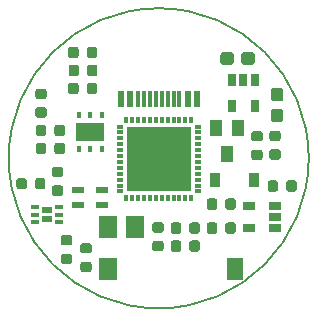
<source format=gbr>
%TF.GenerationSoftware,KiCad,Pcbnew,(5.0.1)-4*%
%TF.CreationDate,2019-06-04T13:38:29+02:00*%
%TF.ProjectId,ESPesh,4553506573682E6B696361645F706362,rev?*%
%TF.SameCoordinates,Original*%
%TF.FileFunction,Paste,Top*%
%TF.FilePolarity,Positive*%
%FSLAX46Y46*%
G04 Gerber Fmt 4.6, Leading zero omitted, Abs format (unit mm)*
G04 Created by KiCad (PCBNEW (5.0.1)-4) date 04/06/2019 13:38:29*
%MOMM*%
%LPD*%
G01*
G04 APERTURE LIST*
%ADD10C,0.200000*%
%ADD11C,0.100000*%
%ADD12C,1.050000*%
%ADD13R,0.500000X0.300000*%
%ADD14R,0.300000X0.500000*%
%ADD15R,5.400000X5.400000*%
%ADD16R,1.000000X1.400000*%
%ADD17C,0.875000*%
%ADD18R,0.300000X1.450000*%
%ADD19R,0.600000X1.450000*%
%ADD20R,1.500000X1.900000*%
%ADD21R,1.400000X1.900000*%
%ADD22R,0.650000X1.060000*%
%ADD23R,1.000000X0.600000*%
%ADD24R,0.900000X1.200000*%
%ADD25R,1.060000X0.650000*%
%ADD26R,0.650000X0.350000*%
%ADD27R,0.820000X0.630000*%
%ADD28R,2.400000X1.500000*%
%ADD29R,0.400000X0.600000*%
G04 APERTURE END LIST*
D10*
X114808000Y-67754500D02*
G75*
G03X114808000Y-67754500I-12700000J0D01*
G01*
D11*
G36*
X112440505Y-61798704D02*
X112464773Y-61802304D01*
X112488572Y-61808265D01*
X112511671Y-61816530D01*
X112533850Y-61827020D01*
X112554893Y-61839632D01*
X112574599Y-61854247D01*
X112592777Y-61870723D01*
X112609253Y-61888901D01*
X112623868Y-61908607D01*
X112636480Y-61929650D01*
X112646970Y-61951829D01*
X112655235Y-61974928D01*
X112661196Y-61998727D01*
X112664796Y-62022995D01*
X112666000Y-62047499D01*
X112666000Y-62672501D01*
X112664796Y-62697005D01*
X112661196Y-62721273D01*
X112655235Y-62745072D01*
X112646970Y-62768171D01*
X112636480Y-62790350D01*
X112623868Y-62811393D01*
X112609253Y-62831099D01*
X112592777Y-62849277D01*
X112574599Y-62865753D01*
X112554893Y-62880368D01*
X112533850Y-62892980D01*
X112511671Y-62903470D01*
X112488572Y-62911735D01*
X112464773Y-62917696D01*
X112440505Y-62921296D01*
X112416001Y-62922500D01*
X111865999Y-62922500D01*
X111841495Y-62921296D01*
X111817227Y-62917696D01*
X111793428Y-62911735D01*
X111770329Y-62903470D01*
X111748150Y-62892980D01*
X111727107Y-62880368D01*
X111707401Y-62865753D01*
X111689223Y-62849277D01*
X111672747Y-62831099D01*
X111658132Y-62811393D01*
X111645520Y-62790350D01*
X111635030Y-62768171D01*
X111626765Y-62745072D01*
X111620804Y-62721273D01*
X111617204Y-62697005D01*
X111616000Y-62672501D01*
X111616000Y-62047499D01*
X111617204Y-62022995D01*
X111620804Y-61998727D01*
X111626765Y-61974928D01*
X111635030Y-61951829D01*
X111645520Y-61929650D01*
X111658132Y-61908607D01*
X111672747Y-61888901D01*
X111689223Y-61870723D01*
X111707401Y-61854247D01*
X111727107Y-61839632D01*
X111748150Y-61827020D01*
X111770329Y-61816530D01*
X111793428Y-61808265D01*
X111817227Y-61802304D01*
X111841495Y-61798704D01*
X111865999Y-61797500D01*
X112416001Y-61797500D01*
X112440505Y-61798704D01*
X112440505Y-61798704D01*
G37*
D12*
X112141000Y-62360000D03*
D11*
G36*
X112440505Y-63573704D02*
X112464773Y-63577304D01*
X112488572Y-63583265D01*
X112511671Y-63591530D01*
X112533850Y-63602020D01*
X112554893Y-63614632D01*
X112574599Y-63629247D01*
X112592777Y-63645723D01*
X112609253Y-63663901D01*
X112623868Y-63683607D01*
X112636480Y-63704650D01*
X112646970Y-63726829D01*
X112655235Y-63749928D01*
X112661196Y-63773727D01*
X112664796Y-63797995D01*
X112666000Y-63822499D01*
X112666000Y-64447501D01*
X112664796Y-64472005D01*
X112661196Y-64496273D01*
X112655235Y-64520072D01*
X112646970Y-64543171D01*
X112636480Y-64565350D01*
X112623868Y-64586393D01*
X112609253Y-64606099D01*
X112592777Y-64624277D01*
X112574599Y-64640753D01*
X112554893Y-64655368D01*
X112533850Y-64667980D01*
X112511671Y-64678470D01*
X112488572Y-64686735D01*
X112464773Y-64692696D01*
X112440505Y-64696296D01*
X112416001Y-64697500D01*
X111865999Y-64697500D01*
X111841495Y-64696296D01*
X111817227Y-64692696D01*
X111793428Y-64686735D01*
X111770329Y-64678470D01*
X111748150Y-64667980D01*
X111727107Y-64655368D01*
X111707401Y-64640753D01*
X111689223Y-64624277D01*
X111672747Y-64606099D01*
X111658132Y-64586393D01*
X111645520Y-64565350D01*
X111635030Y-64543171D01*
X111626765Y-64520072D01*
X111620804Y-64496273D01*
X111617204Y-64472005D01*
X111616000Y-64447501D01*
X111616000Y-63822499D01*
X111617204Y-63797995D01*
X111620804Y-63773727D01*
X111626765Y-63749928D01*
X111635030Y-63726829D01*
X111645520Y-63704650D01*
X111658132Y-63683607D01*
X111672747Y-63663901D01*
X111689223Y-63645723D01*
X111707401Y-63629247D01*
X111727107Y-63614632D01*
X111748150Y-63602020D01*
X111770329Y-63591530D01*
X111793428Y-63583265D01*
X111817227Y-63577304D01*
X111841495Y-63573704D01*
X111865999Y-63572500D01*
X112416001Y-63572500D01*
X112440505Y-63573704D01*
X112440505Y-63573704D01*
G37*
D12*
X112141000Y-64135000D03*
D13*
X105408000Y-70568000D03*
X105408000Y-70068000D03*
X105408000Y-69568000D03*
X105408000Y-69068000D03*
X105408000Y-68568000D03*
X105408000Y-68068000D03*
X105408000Y-67568000D03*
X105408000Y-67068000D03*
X105408000Y-66568000D03*
X105408000Y-66068000D03*
X105408000Y-65568000D03*
X105408000Y-65068000D03*
D14*
X104858000Y-64518000D03*
X104358000Y-64518000D03*
X103858000Y-64518000D03*
X103358000Y-64518000D03*
X102858000Y-64518000D03*
X102358000Y-64518000D03*
X101858000Y-64518000D03*
X101358000Y-64518000D03*
X100858000Y-64518000D03*
X100358000Y-64518000D03*
X99858000Y-64518000D03*
X99358000Y-64518000D03*
D13*
X98808000Y-65068000D03*
X98808000Y-65568000D03*
X98808000Y-66068000D03*
X98808000Y-66568000D03*
X98808000Y-67068000D03*
X98808000Y-67568000D03*
X98808000Y-68068000D03*
X98808000Y-68568000D03*
X98808000Y-69068000D03*
X98808000Y-69568000D03*
X98808000Y-70068000D03*
X98808000Y-70568000D03*
D14*
X99358000Y-71118000D03*
X99858000Y-71118000D03*
X100358000Y-71118000D03*
X100858000Y-71118000D03*
X101358000Y-71118000D03*
X101858000Y-71118000D03*
X102358000Y-71118000D03*
X102858000Y-71118000D03*
X103358000Y-71118000D03*
X103858000Y-71118000D03*
X104358000Y-71118000D03*
X104858000Y-71118000D03*
D15*
X102108000Y-67818000D03*
D16*
X107889000Y-67414500D03*
X106939000Y-65214500D03*
X108839000Y-65214500D03*
D11*
G36*
X96696691Y-58327053D02*
X96717926Y-58330203D01*
X96738750Y-58335419D01*
X96758962Y-58342651D01*
X96778368Y-58351830D01*
X96796781Y-58362866D01*
X96814024Y-58375654D01*
X96829930Y-58390070D01*
X96844346Y-58405976D01*
X96857134Y-58423219D01*
X96868170Y-58441632D01*
X96877349Y-58461038D01*
X96884581Y-58481250D01*
X96889797Y-58502074D01*
X96892947Y-58523309D01*
X96894000Y-58544750D01*
X96894000Y-59057250D01*
X96892947Y-59078691D01*
X96889797Y-59099926D01*
X96884581Y-59120750D01*
X96877349Y-59140962D01*
X96868170Y-59160368D01*
X96857134Y-59178781D01*
X96844346Y-59196024D01*
X96829930Y-59211930D01*
X96814024Y-59226346D01*
X96796781Y-59239134D01*
X96778368Y-59250170D01*
X96758962Y-59259349D01*
X96738750Y-59266581D01*
X96717926Y-59271797D01*
X96696691Y-59274947D01*
X96675250Y-59276000D01*
X96237750Y-59276000D01*
X96216309Y-59274947D01*
X96195074Y-59271797D01*
X96174250Y-59266581D01*
X96154038Y-59259349D01*
X96134632Y-59250170D01*
X96116219Y-59239134D01*
X96098976Y-59226346D01*
X96083070Y-59211930D01*
X96068654Y-59196024D01*
X96055866Y-59178781D01*
X96044830Y-59160368D01*
X96035651Y-59140962D01*
X96028419Y-59120750D01*
X96023203Y-59099926D01*
X96020053Y-59078691D01*
X96019000Y-59057250D01*
X96019000Y-58544750D01*
X96020053Y-58523309D01*
X96023203Y-58502074D01*
X96028419Y-58481250D01*
X96035651Y-58461038D01*
X96044830Y-58441632D01*
X96055866Y-58423219D01*
X96068654Y-58405976D01*
X96083070Y-58390070D01*
X96098976Y-58375654D01*
X96116219Y-58362866D01*
X96134632Y-58351830D01*
X96154038Y-58342651D01*
X96174250Y-58335419D01*
X96195074Y-58330203D01*
X96216309Y-58327053D01*
X96237750Y-58326000D01*
X96675250Y-58326000D01*
X96696691Y-58327053D01*
X96696691Y-58327053D01*
G37*
D17*
X96456500Y-58801000D03*
D11*
G36*
X95121691Y-58327053D02*
X95142926Y-58330203D01*
X95163750Y-58335419D01*
X95183962Y-58342651D01*
X95203368Y-58351830D01*
X95221781Y-58362866D01*
X95239024Y-58375654D01*
X95254930Y-58390070D01*
X95269346Y-58405976D01*
X95282134Y-58423219D01*
X95293170Y-58441632D01*
X95302349Y-58461038D01*
X95309581Y-58481250D01*
X95314797Y-58502074D01*
X95317947Y-58523309D01*
X95319000Y-58544750D01*
X95319000Y-59057250D01*
X95317947Y-59078691D01*
X95314797Y-59099926D01*
X95309581Y-59120750D01*
X95302349Y-59140962D01*
X95293170Y-59160368D01*
X95282134Y-59178781D01*
X95269346Y-59196024D01*
X95254930Y-59211930D01*
X95239024Y-59226346D01*
X95221781Y-59239134D01*
X95203368Y-59250170D01*
X95183962Y-59259349D01*
X95163750Y-59266581D01*
X95142926Y-59271797D01*
X95121691Y-59274947D01*
X95100250Y-59276000D01*
X94662750Y-59276000D01*
X94641309Y-59274947D01*
X94620074Y-59271797D01*
X94599250Y-59266581D01*
X94579038Y-59259349D01*
X94559632Y-59250170D01*
X94541219Y-59239134D01*
X94523976Y-59226346D01*
X94508070Y-59211930D01*
X94493654Y-59196024D01*
X94480866Y-59178781D01*
X94469830Y-59160368D01*
X94460651Y-59140962D01*
X94453419Y-59120750D01*
X94448203Y-59099926D01*
X94445053Y-59078691D01*
X94444000Y-59057250D01*
X94444000Y-58544750D01*
X94445053Y-58523309D01*
X94448203Y-58502074D01*
X94453419Y-58481250D01*
X94460651Y-58461038D01*
X94469830Y-58441632D01*
X94480866Y-58423219D01*
X94493654Y-58405976D01*
X94508070Y-58390070D01*
X94523976Y-58375654D01*
X94541219Y-58362866D01*
X94559632Y-58351830D01*
X94579038Y-58342651D01*
X94599250Y-58335419D01*
X94620074Y-58330203D01*
X94641309Y-58327053D01*
X94662750Y-58326000D01*
X95100250Y-58326000D01*
X95121691Y-58327053D01*
X95121691Y-58327053D01*
G37*
D17*
X94881500Y-58801000D03*
D11*
G36*
X95147191Y-59851053D02*
X95168426Y-59854203D01*
X95189250Y-59859419D01*
X95209462Y-59866651D01*
X95228868Y-59875830D01*
X95247281Y-59886866D01*
X95264524Y-59899654D01*
X95280430Y-59914070D01*
X95294846Y-59929976D01*
X95307634Y-59947219D01*
X95318670Y-59965632D01*
X95327849Y-59985038D01*
X95335081Y-60005250D01*
X95340297Y-60026074D01*
X95343447Y-60047309D01*
X95344500Y-60068750D01*
X95344500Y-60581250D01*
X95343447Y-60602691D01*
X95340297Y-60623926D01*
X95335081Y-60644750D01*
X95327849Y-60664962D01*
X95318670Y-60684368D01*
X95307634Y-60702781D01*
X95294846Y-60720024D01*
X95280430Y-60735930D01*
X95264524Y-60750346D01*
X95247281Y-60763134D01*
X95228868Y-60774170D01*
X95209462Y-60783349D01*
X95189250Y-60790581D01*
X95168426Y-60795797D01*
X95147191Y-60798947D01*
X95125750Y-60800000D01*
X94688250Y-60800000D01*
X94666809Y-60798947D01*
X94645574Y-60795797D01*
X94624750Y-60790581D01*
X94604538Y-60783349D01*
X94585132Y-60774170D01*
X94566719Y-60763134D01*
X94549476Y-60750346D01*
X94533570Y-60735930D01*
X94519154Y-60720024D01*
X94506366Y-60702781D01*
X94495330Y-60684368D01*
X94486151Y-60664962D01*
X94478919Y-60644750D01*
X94473703Y-60623926D01*
X94470553Y-60602691D01*
X94469500Y-60581250D01*
X94469500Y-60068750D01*
X94470553Y-60047309D01*
X94473703Y-60026074D01*
X94478919Y-60005250D01*
X94486151Y-59985038D01*
X94495330Y-59965632D01*
X94506366Y-59947219D01*
X94519154Y-59929976D01*
X94533570Y-59914070D01*
X94549476Y-59899654D01*
X94566719Y-59886866D01*
X94585132Y-59875830D01*
X94604538Y-59866651D01*
X94624750Y-59859419D01*
X94645574Y-59854203D01*
X94666809Y-59851053D01*
X94688250Y-59850000D01*
X95125750Y-59850000D01*
X95147191Y-59851053D01*
X95147191Y-59851053D01*
G37*
D17*
X94907000Y-60325000D03*
D11*
G36*
X96722191Y-59851053D02*
X96743426Y-59854203D01*
X96764250Y-59859419D01*
X96784462Y-59866651D01*
X96803868Y-59875830D01*
X96822281Y-59886866D01*
X96839524Y-59899654D01*
X96855430Y-59914070D01*
X96869846Y-59929976D01*
X96882634Y-59947219D01*
X96893670Y-59965632D01*
X96902849Y-59985038D01*
X96910081Y-60005250D01*
X96915297Y-60026074D01*
X96918447Y-60047309D01*
X96919500Y-60068750D01*
X96919500Y-60581250D01*
X96918447Y-60602691D01*
X96915297Y-60623926D01*
X96910081Y-60644750D01*
X96902849Y-60664962D01*
X96893670Y-60684368D01*
X96882634Y-60702781D01*
X96869846Y-60720024D01*
X96855430Y-60735930D01*
X96839524Y-60750346D01*
X96822281Y-60763134D01*
X96803868Y-60774170D01*
X96784462Y-60783349D01*
X96764250Y-60790581D01*
X96743426Y-60795797D01*
X96722191Y-60798947D01*
X96700750Y-60800000D01*
X96263250Y-60800000D01*
X96241809Y-60798947D01*
X96220574Y-60795797D01*
X96199750Y-60790581D01*
X96179538Y-60783349D01*
X96160132Y-60774170D01*
X96141719Y-60763134D01*
X96124476Y-60750346D01*
X96108570Y-60735930D01*
X96094154Y-60720024D01*
X96081366Y-60702781D01*
X96070330Y-60684368D01*
X96061151Y-60664962D01*
X96053919Y-60644750D01*
X96048703Y-60623926D01*
X96045553Y-60602691D01*
X96044500Y-60581250D01*
X96044500Y-60068750D01*
X96045553Y-60047309D01*
X96048703Y-60026074D01*
X96053919Y-60005250D01*
X96061151Y-59985038D01*
X96070330Y-59965632D01*
X96081366Y-59947219D01*
X96094154Y-59929976D01*
X96108570Y-59914070D01*
X96124476Y-59899654D01*
X96141719Y-59886866D01*
X96160132Y-59875830D01*
X96179538Y-59866651D01*
X96199750Y-59859419D01*
X96220574Y-59854203D01*
X96241809Y-59851053D01*
X96263250Y-59850000D01*
X96700750Y-59850000D01*
X96722191Y-59851053D01*
X96722191Y-59851053D01*
G37*
D17*
X96482000Y-60325000D03*
D11*
G36*
X94575191Y-75827053D02*
X94596426Y-75830203D01*
X94617250Y-75835419D01*
X94637462Y-75842651D01*
X94656868Y-75851830D01*
X94675281Y-75862866D01*
X94692524Y-75875654D01*
X94708430Y-75890070D01*
X94722846Y-75905976D01*
X94735634Y-75923219D01*
X94746670Y-75941632D01*
X94755849Y-75961038D01*
X94763081Y-75981250D01*
X94768297Y-76002074D01*
X94771447Y-76023309D01*
X94772500Y-76044750D01*
X94772500Y-76482250D01*
X94771447Y-76503691D01*
X94768297Y-76524926D01*
X94763081Y-76545750D01*
X94755849Y-76565962D01*
X94746670Y-76585368D01*
X94735634Y-76603781D01*
X94722846Y-76621024D01*
X94708430Y-76636930D01*
X94692524Y-76651346D01*
X94675281Y-76664134D01*
X94656868Y-76675170D01*
X94637462Y-76684349D01*
X94617250Y-76691581D01*
X94596426Y-76696797D01*
X94575191Y-76699947D01*
X94553750Y-76701000D01*
X94041250Y-76701000D01*
X94019809Y-76699947D01*
X93998574Y-76696797D01*
X93977750Y-76691581D01*
X93957538Y-76684349D01*
X93938132Y-76675170D01*
X93919719Y-76664134D01*
X93902476Y-76651346D01*
X93886570Y-76636930D01*
X93872154Y-76621024D01*
X93859366Y-76603781D01*
X93848330Y-76585368D01*
X93839151Y-76565962D01*
X93831919Y-76545750D01*
X93826703Y-76524926D01*
X93823553Y-76503691D01*
X93822500Y-76482250D01*
X93822500Y-76044750D01*
X93823553Y-76023309D01*
X93826703Y-76002074D01*
X93831919Y-75981250D01*
X93839151Y-75961038D01*
X93848330Y-75941632D01*
X93859366Y-75923219D01*
X93872154Y-75905976D01*
X93886570Y-75890070D01*
X93902476Y-75875654D01*
X93919719Y-75862866D01*
X93938132Y-75851830D01*
X93957538Y-75842651D01*
X93977750Y-75835419D01*
X93998574Y-75830203D01*
X94019809Y-75827053D01*
X94041250Y-75826000D01*
X94553750Y-75826000D01*
X94575191Y-75827053D01*
X94575191Y-75827053D01*
G37*
D17*
X94297500Y-76263500D03*
D11*
G36*
X94575191Y-74252053D02*
X94596426Y-74255203D01*
X94617250Y-74260419D01*
X94637462Y-74267651D01*
X94656868Y-74276830D01*
X94675281Y-74287866D01*
X94692524Y-74300654D01*
X94708430Y-74315070D01*
X94722846Y-74330976D01*
X94735634Y-74348219D01*
X94746670Y-74366632D01*
X94755849Y-74386038D01*
X94763081Y-74406250D01*
X94768297Y-74427074D01*
X94771447Y-74448309D01*
X94772500Y-74469750D01*
X94772500Y-74907250D01*
X94771447Y-74928691D01*
X94768297Y-74949926D01*
X94763081Y-74970750D01*
X94755849Y-74990962D01*
X94746670Y-75010368D01*
X94735634Y-75028781D01*
X94722846Y-75046024D01*
X94708430Y-75061930D01*
X94692524Y-75076346D01*
X94675281Y-75089134D01*
X94656868Y-75100170D01*
X94637462Y-75109349D01*
X94617250Y-75116581D01*
X94596426Y-75121797D01*
X94575191Y-75124947D01*
X94553750Y-75126000D01*
X94041250Y-75126000D01*
X94019809Y-75124947D01*
X93998574Y-75121797D01*
X93977750Y-75116581D01*
X93957538Y-75109349D01*
X93938132Y-75100170D01*
X93919719Y-75089134D01*
X93902476Y-75076346D01*
X93886570Y-75061930D01*
X93872154Y-75046024D01*
X93859366Y-75028781D01*
X93848330Y-75010368D01*
X93839151Y-74990962D01*
X93831919Y-74970750D01*
X93826703Y-74949926D01*
X93823553Y-74928691D01*
X93822500Y-74907250D01*
X93822500Y-74469750D01*
X93823553Y-74448309D01*
X93826703Y-74427074D01*
X93831919Y-74406250D01*
X93839151Y-74386038D01*
X93848330Y-74366632D01*
X93859366Y-74348219D01*
X93872154Y-74330976D01*
X93886570Y-74315070D01*
X93902476Y-74300654D01*
X93919719Y-74287866D01*
X93938132Y-74276830D01*
X93957538Y-74267651D01*
X93977750Y-74260419D01*
X93998574Y-74255203D01*
X94019809Y-74252053D01*
X94041250Y-74251000D01*
X94553750Y-74251000D01*
X94575191Y-74252053D01*
X94575191Y-74252053D01*
G37*
D17*
X94297500Y-74688500D03*
D11*
G36*
X96226191Y-76513053D02*
X96247426Y-76516203D01*
X96268250Y-76521419D01*
X96288462Y-76528651D01*
X96307868Y-76537830D01*
X96326281Y-76548866D01*
X96343524Y-76561654D01*
X96359430Y-76576070D01*
X96373846Y-76591976D01*
X96386634Y-76609219D01*
X96397670Y-76627632D01*
X96406849Y-76647038D01*
X96414081Y-76667250D01*
X96419297Y-76688074D01*
X96422447Y-76709309D01*
X96423500Y-76730750D01*
X96423500Y-77168250D01*
X96422447Y-77189691D01*
X96419297Y-77210926D01*
X96414081Y-77231750D01*
X96406849Y-77251962D01*
X96397670Y-77271368D01*
X96386634Y-77289781D01*
X96373846Y-77307024D01*
X96359430Y-77322930D01*
X96343524Y-77337346D01*
X96326281Y-77350134D01*
X96307868Y-77361170D01*
X96288462Y-77370349D01*
X96268250Y-77377581D01*
X96247426Y-77382797D01*
X96226191Y-77385947D01*
X96204750Y-77387000D01*
X95692250Y-77387000D01*
X95670809Y-77385947D01*
X95649574Y-77382797D01*
X95628750Y-77377581D01*
X95608538Y-77370349D01*
X95589132Y-77361170D01*
X95570719Y-77350134D01*
X95553476Y-77337346D01*
X95537570Y-77322930D01*
X95523154Y-77307024D01*
X95510366Y-77289781D01*
X95499330Y-77271368D01*
X95490151Y-77251962D01*
X95482919Y-77231750D01*
X95477703Y-77210926D01*
X95474553Y-77189691D01*
X95473500Y-77168250D01*
X95473500Y-76730750D01*
X95474553Y-76709309D01*
X95477703Y-76688074D01*
X95482919Y-76667250D01*
X95490151Y-76647038D01*
X95499330Y-76627632D01*
X95510366Y-76609219D01*
X95523154Y-76591976D01*
X95537570Y-76576070D01*
X95553476Y-76561654D01*
X95570719Y-76548866D01*
X95589132Y-76537830D01*
X95608538Y-76528651D01*
X95628750Y-76521419D01*
X95649574Y-76516203D01*
X95670809Y-76513053D01*
X95692250Y-76512000D01*
X96204750Y-76512000D01*
X96226191Y-76513053D01*
X96226191Y-76513053D01*
G37*
D17*
X95948500Y-76949500D03*
D11*
G36*
X96226191Y-74938053D02*
X96247426Y-74941203D01*
X96268250Y-74946419D01*
X96288462Y-74953651D01*
X96307868Y-74962830D01*
X96326281Y-74973866D01*
X96343524Y-74986654D01*
X96359430Y-75001070D01*
X96373846Y-75016976D01*
X96386634Y-75034219D01*
X96397670Y-75052632D01*
X96406849Y-75072038D01*
X96414081Y-75092250D01*
X96419297Y-75113074D01*
X96422447Y-75134309D01*
X96423500Y-75155750D01*
X96423500Y-75593250D01*
X96422447Y-75614691D01*
X96419297Y-75635926D01*
X96414081Y-75656750D01*
X96406849Y-75676962D01*
X96397670Y-75696368D01*
X96386634Y-75714781D01*
X96373846Y-75732024D01*
X96359430Y-75747930D01*
X96343524Y-75762346D01*
X96326281Y-75775134D01*
X96307868Y-75786170D01*
X96288462Y-75795349D01*
X96268250Y-75802581D01*
X96247426Y-75807797D01*
X96226191Y-75810947D01*
X96204750Y-75812000D01*
X95692250Y-75812000D01*
X95670809Y-75810947D01*
X95649574Y-75807797D01*
X95628750Y-75802581D01*
X95608538Y-75795349D01*
X95589132Y-75786170D01*
X95570719Y-75775134D01*
X95553476Y-75762346D01*
X95537570Y-75747930D01*
X95523154Y-75732024D01*
X95510366Y-75714781D01*
X95499330Y-75696368D01*
X95490151Y-75676962D01*
X95482919Y-75656750D01*
X95477703Y-75635926D01*
X95474553Y-75614691D01*
X95473500Y-75593250D01*
X95473500Y-75155750D01*
X95474553Y-75134309D01*
X95477703Y-75113074D01*
X95482919Y-75092250D01*
X95490151Y-75072038D01*
X95499330Y-75052632D01*
X95510366Y-75034219D01*
X95523154Y-75016976D01*
X95537570Y-75001070D01*
X95553476Y-74986654D01*
X95570719Y-74973866D01*
X95589132Y-74962830D01*
X95608538Y-74953651D01*
X95628750Y-74946419D01*
X95649574Y-74941203D01*
X95670809Y-74938053D01*
X95692250Y-74937000D01*
X96204750Y-74937000D01*
X96226191Y-74938053D01*
X96226191Y-74938053D01*
G37*
D17*
X95948500Y-75374500D03*
D11*
G36*
X102322191Y-74747553D02*
X102343426Y-74750703D01*
X102364250Y-74755919D01*
X102384462Y-74763151D01*
X102403868Y-74772330D01*
X102422281Y-74783366D01*
X102439524Y-74796154D01*
X102455430Y-74810570D01*
X102469846Y-74826476D01*
X102482634Y-74843719D01*
X102493670Y-74862132D01*
X102502849Y-74881538D01*
X102510081Y-74901750D01*
X102515297Y-74922574D01*
X102518447Y-74943809D01*
X102519500Y-74965250D01*
X102519500Y-75402750D01*
X102518447Y-75424191D01*
X102515297Y-75445426D01*
X102510081Y-75466250D01*
X102502849Y-75486462D01*
X102493670Y-75505868D01*
X102482634Y-75524281D01*
X102469846Y-75541524D01*
X102455430Y-75557430D01*
X102439524Y-75571846D01*
X102422281Y-75584634D01*
X102403868Y-75595670D01*
X102384462Y-75604849D01*
X102364250Y-75612081D01*
X102343426Y-75617297D01*
X102322191Y-75620447D01*
X102300750Y-75621500D01*
X101788250Y-75621500D01*
X101766809Y-75620447D01*
X101745574Y-75617297D01*
X101724750Y-75612081D01*
X101704538Y-75604849D01*
X101685132Y-75595670D01*
X101666719Y-75584634D01*
X101649476Y-75571846D01*
X101633570Y-75557430D01*
X101619154Y-75541524D01*
X101606366Y-75524281D01*
X101595330Y-75505868D01*
X101586151Y-75486462D01*
X101578919Y-75466250D01*
X101573703Y-75445426D01*
X101570553Y-75424191D01*
X101569500Y-75402750D01*
X101569500Y-74965250D01*
X101570553Y-74943809D01*
X101573703Y-74922574D01*
X101578919Y-74901750D01*
X101586151Y-74881538D01*
X101595330Y-74862132D01*
X101606366Y-74843719D01*
X101619154Y-74826476D01*
X101633570Y-74810570D01*
X101649476Y-74796154D01*
X101666719Y-74783366D01*
X101685132Y-74772330D01*
X101704538Y-74763151D01*
X101724750Y-74755919D01*
X101745574Y-74750703D01*
X101766809Y-74747553D01*
X101788250Y-74746500D01*
X102300750Y-74746500D01*
X102322191Y-74747553D01*
X102322191Y-74747553D01*
G37*
D17*
X102044500Y-75184000D03*
D11*
G36*
X102322191Y-73172553D02*
X102343426Y-73175703D01*
X102364250Y-73180919D01*
X102384462Y-73188151D01*
X102403868Y-73197330D01*
X102422281Y-73208366D01*
X102439524Y-73221154D01*
X102455430Y-73235570D01*
X102469846Y-73251476D01*
X102482634Y-73268719D01*
X102493670Y-73287132D01*
X102502849Y-73306538D01*
X102510081Y-73326750D01*
X102515297Y-73347574D01*
X102518447Y-73368809D01*
X102519500Y-73390250D01*
X102519500Y-73827750D01*
X102518447Y-73849191D01*
X102515297Y-73870426D01*
X102510081Y-73891250D01*
X102502849Y-73911462D01*
X102493670Y-73930868D01*
X102482634Y-73949281D01*
X102469846Y-73966524D01*
X102455430Y-73982430D01*
X102439524Y-73996846D01*
X102422281Y-74009634D01*
X102403868Y-74020670D01*
X102384462Y-74029849D01*
X102364250Y-74037081D01*
X102343426Y-74042297D01*
X102322191Y-74045447D01*
X102300750Y-74046500D01*
X101788250Y-74046500D01*
X101766809Y-74045447D01*
X101745574Y-74042297D01*
X101724750Y-74037081D01*
X101704538Y-74029849D01*
X101685132Y-74020670D01*
X101666719Y-74009634D01*
X101649476Y-73996846D01*
X101633570Y-73982430D01*
X101619154Y-73966524D01*
X101606366Y-73949281D01*
X101595330Y-73930868D01*
X101586151Y-73911462D01*
X101578919Y-73891250D01*
X101573703Y-73870426D01*
X101570553Y-73849191D01*
X101569500Y-73827750D01*
X101569500Y-73390250D01*
X101570553Y-73368809D01*
X101573703Y-73347574D01*
X101578919Y-73326750D01*
X101586151Y-73306538D01*
X101595330Y-73287132D01*
X101606366Y-73268719D01*
X101619154Y-73251476D01*
X101633570Y-73235570D01*
X101649476Y-73221154D01*
X101666719Y-73208366D01*
X101685132Y-73197330D01*
X101704538Y-73188151D01*
X101724750Y-73180919D01*
X101745574Y-73175703D01*
X101766809Y-73172553D01*
X101788250Y-73171500D01*
X102300750Y-73171500D01*
X102322191Y-73172553D01*
X102322191Y-73172553D01*
G37*
D17*
X102044500Y-73609000D03*
D18*
X102358000Y-62749500D03*
X101858000Y-62749500D03*
X101358000Y-62749500D03*
X102858000Y-62749500D03*
X100858000Y-62749500D03*
X103358000Y-62749500D03*
X100358000Y-62749500D03*
X103858000Y-62749500D03*
D19*
X104558000Y-62749500D03*
X99658000Y-62749500D03*
X105333000Y-62749500D03*
X98883000Y-62749500D03*
D20*
X97809500Y-73612600D03*
X100059500Y-73612600D03*
X97809500Y-77162600D03*
D21*
X108559500Y-77162600D03*
D11*
G36*
X105383691Y-74710053D02*
X105404926Y-74713203D01*
X105425750Y-74718419D01*
X105445962Y-74725651D01*
X105465368Y-74734830D01*
X105483781Y-74745866D01*
X105501024Y-74758654D01*
X105516930Y-74773070D01*
X105531346Y-74788976D01*
X105544134Y-74806219D01*
X105555170Y-74824632D01*
X105564349Y-74844038D01*
X105571581Y-74864250D01*
X105576797Y-74885074D01*
X105579947Y-74906309D01*
X105581000Y-74927750D01*
X105581000Y-75440250D01*
X105579947Y-75461691D01*
X105576797Y-75482926D01*
X105571581Y-75503750D01*
X105564349Y-75523962D01*
X105555170Y-75543368D01*
X105544134Y-75561781D01*
X105531346Y-75579024D01*
X105516930Y-75594930D01*
X105501024Y-75609346D01*
X105483781Y-75622134D01*
X105465368Y-75633170D01*
X105445962Y-75642349D01*
X105425750Y-75649581D01*
X105404926Y-75654797D01*
X105383691Y-75657947D01*
X105362250Y-75659000D01*
X104924750Y-75659000D01*
X104903309Y-75657947D01*
X104882074Y-75654797D01*
X104861250Y-75649581D01*
X104841038Y-75642349D01*
X104821632Y-75633170D01*
X104803219Y-75622134D01*
X104785976Y-75609346D01*
X104770070Y-75594930D01*
X104755654Y-75579024D01*
X104742866Y-75561781D01*
X104731830Y-75543368D01*
X104722651Y-75523962D01*
X104715419Y-75503750D01*
X104710203Y-75482926D01*
X104707053Y-75461691D01*
X104706000Y-75440250D01*
X104706000Y-74927750D01*
X104707053Y-74906309D01*
X104710203Y-74885074D01*
X104715419Y-74864250D01*
X104722651Y-74844038D01*
X104731830Y-74824632D01*
X104742866Y-74806219D01*
X104755654Y-74788976D01*
X104770070Y-74773070D01*
X104785976Y-74758654D01*
X104803219Y-74745866D01*
X104821632Y-74734830D01*
X104841038Y-74725651D01*
X104861250Y-74718419D01*
X104882074Y-74713203D01*
X104903309Y-74710053D01*
X104924750Y-74709000D01*
X105362250Y-74709000D01*
X105383691Y-74710053D01*
X105383691Y-74710053D01*
G37*
D17*
X105143500Y-75184000D03*
D11*
G36*
X103808691Y-74710053D02*
X103829926Y-74713203D01*
X103850750Y-74718419D01*
X103870962Y-74725651D01*
X103890368Y-74734830D01*
X103908781Y-74745866D01*
X103926024Y-74758654D01*
X103941930Y-74773070D01*
X103956346Y-74788976D01*
X103969134Y-74806219D01*
X103980170Y-74824632D01*
X103989349Y-74844038D01*
X103996581Y-74864250D01*
X104001797Y-74885074D01*
X104004947Y-74906309D01*
X104006000Y-74927750D01*
X104006000Y-75440250D01*
X104004947Y-75461691D01*
X104001797Y-75482926D01*
X103996581Y-75503750D01*
X103989349Y-75523962D01*
X103980170Y-75543368D01*
X103969134Y-75561781D01*
X103956346Y-75579024D01*
X103941930Y-75594930D01*
X103926024Y-75609346D01*
X103908781Y-75622134D01*
X103890368Y-75633170D01*
X103870962Y-75642349D01*
X103850750Y-75649581D01*
X103829926Y-75654797D01*
X103808691Y-75657947D01*
X103787250Y-75659000D01*
X103349750Y-75659000D01*
X103328309Y-75657947D01*
X103307074Y-75654797D01*
X103286250Y-75649581D01*
X103266038Y-75642349D01*
X103246632Y-75633170D01*
X103228219Y-75622134D01*
X103210976Y-75609346D01*
X103195070Y-75594930D01*
X103180654Y-75579024D01*
X103167866Y-75561781D01*
X103156830Y-75543368D01*
X103147651Y-75523962D01*
X103140419Y-75503750D01*
X103135203Y-75482926D01*
X103132053Y-75461691D01*
X103131000Y-75440250D01*
X103131000Y-74927750D01*
X103132053Y-74906309D01*
X103135203Y-74885074D01*
X103140419Y-74864250D01*
X103147651Y-74844038D01*
X103156830Y-74824632D01*
X103167866Y-74806219D01*
X103180654Y-74788976D01*
X103195070Y-74773070D01*
X103210976Y-74758654D01*
X103228219Y-74745866D01*
X103246632Y-74734830D01*
X103266038Y-74725651D01*
X103286250Y-74718419D01*
X103307074Y-74713203D01*
X103328309Y-74710053D01*
X103349750Y-74709000D01*
X103787250Y-74709000D01*
X103808691Y-74710053D01*
X103808691Y-74710053D01*
G37*
D17*
X103568500Y-75184000D03*
D11*
G36*
X105383691Y-73186053D02*
X105404926Y-73189203D01*
X105425750Y-73194419D01*
X105445962Y-73201651D01*
X105465368Y-73210830D01*
X105483781Y-73221866D01*
X105501024Y-73234654D01*
X105516930Y-73249070D01*
X105531346Y-73264976D01*
X105544134Y-73282219D01*
X105555170Y-73300632D01*
X105564349Y-73320038D01*
X105571581Y-73340250D01*
X105576797Y-73361074D01*
X105579947Y-73382309D01*
X105581000Y-73403750D01*
X105581000Y-73916250D01*
X105579947Y-73937691D01*
X105576797Y-73958926D01*
X105571581Y-73979750D01*
X105564349Y-73999962D01*
X105555170Y-74019368D01*
X105544134Y-74037781D01*
X105531346Y-74055024D01*
X105516930Y-74070930D01*
X105501024Y-74085346D01*
X105483781Y-74098134D01*
X105465368Y-74109170D01*
X105445962Y-74118349D01*
X105425750Y-74125581D01*
X105404926Y-74130797D01*
X105383691Y-74133947D01*
X105362250Y-74135000D01*
X104924750Y-74135000D01*
X104903309Y-74133947D01*
X104882074Y-74130797D01*
X104861250Y-74125581D01*
X104841038Y-74118349D01*
X104821632Y-74109170D01*
X104803219Y-74098134D01*
X104785976Y-74085346D01*
X104770070Y-74070930D01*
X104755654Y-74055024D01*
X104742866Y-74037781D01*
X104731830Y-74019368D01*
X104722651Y-73999962D01*
X104715419Y-73979750D01*
X104710203Y-73958926D01*
X104707053Y-73937691D01*
X104706000Y-73916250D01*
X104706000Y-73403750D01*
X104707053Y-73382309D01*
X104710203Y-73361074D01*
X104715419Y-73340250D01*
X104722651Y-73320038D01*
X104731830Y-73300632D01*
X104742866Y-73282219D01*
X104755654Y-73264976D01*
X104770070Y-73249070D01*
X104785976Y-73234654D01*
X104803219Y-73221866D01*
X104821632Y-73210830D01*
X104841038Y-73201651D01*
X104861250Y-73194419D01*
X104882074Y-73189203D01*
X104903309Y-73186053D01*
X104924750Y-73185000D01*
X105362250Y-73185000D01*
X105383691Y-73186053D01*
X105383691Y-73186053D01*
G37*
D17*
X105143500Y-73660000D03*
D11*
G36*
X103808691Y-73186053D02*
X103829926Y-73189203D01*
X103850750Y-73194419D01*
X103870962Y-73201651D01*
X103890368Y-73210830D01*
X103908781Y-73221866D01*
X103926024Y-73234654D01*
X103941930Y-73249070D01*
X103956346Y-73264976D01*
X103969134Y-73282219D01*
X103980170Y-73300632D01*
X103989349Y-73320038D01*
X103996581Y-73340250D01*
X104001797Y-73361074D01*
X104004947Y-73382309D01*
X104006000Y-73403750D01*
X104006000Y-73916250D01*
X104004947Y-73937691D01*
X104001797Y-73958926D01*
X103996581Y-73979750D01*
X103989349Y-73999962D01*
X103980170Y-74019368D01*
X103969134Y-74037781D01*
X103956346Y-74055024D01*
X103941930Y-74070930D01*
X103926024Y-74085346D01*
X103908781Y-74098134D01*
X103890368Y-74109170D01*
X103870962Y-74118349D01*
X103850750Y-74125581D01*
X103829926Y-74130797D01*
X103808691Y-74133947D01*
X103787250Y-74135000D01*
X103349750Y-74135000D01*
X103328309Y-74133947D01*
X103307074Y-74130797D01*
X103286250Y-74125581D01*
X103266038Y-74118349D01*
X103246632Y-74109170D01*
X103228219Y-74098134D01*
X103210976Y-74085346D01*
X103195070Y-74070930D01*
X103180654Y-74055024D01*
X103167866Y-74037781D01*
X103156830Y-74019368D01*
X103147651Y-73999962D01*
X103140419Y-73979750D01*
X103135203Y-73958926D01*
X103132053Y-73937691D01*
X103131000Y-73916250D01*
X103131000Y-73403750D01*
X103132053Y-73382309D01*
X103135203Y-73361074D01*
X103140419Y-73340250D01*
X103147651Y-73320038D01*
X103156830Y-73300632D01*
X103167866Y-73282219D01*
X103180654Y-73264976D01*
X103195070Y-73249070D01*
X103210976Y-73234654D01*
X103228219Y-73221866D01*
X103246632Y-73210830D01*
X103266038Y-73201651D01*
X103286250Y-73194419D01*
X103307074Y-73189203D01*
X103328309Y-73186053D01*
X103349750Y-73185000D01*
X103787250Y-73185000D01*
X103808691Y-73186053D01*
X103808691Y-73186053D01*
G37*
D17*
X103568500Y-73660000D03*
D22*
X110233500Y-61130000D03*
X109283500Y-61130000D03*
X108333500Y-61130000D03*
X108333500Y-63330000D03*
X110233500Y-63330000D03*
D11*
G36*
X108226505Y-58785204D02*
X108250773Y-58788804D01*
X108274572Y-58794765D01*
X108297671Y-58803030D01*
X108319850Y-58813520D01*
X108340893Y-58826132D01*
X108360599Y-58840747D01*
X108378777Y-58857223D01*
X108395253Y-58875401D01*
X108409868Y-58895107D01*
X108422480Y-58916150D01*
X108432970Y-58938329D01*
X108441235Y-58961428D01*
X108447196Y-58985227D01*
X108450796Y-59009495D01*
X108452000Y-59033999D01*
X108452000Y-59584001D01*
X108450796Y-59608505D01*
X108447196Y-59632773D01*
X108441235Y-59656572D01*
X108432970Y-59679671D01*
X108422480Y-59701850D01*
X108409868Y-59722893D01*
X108395253Y-59742599D01*
X108378777Y-59760777D01*
X108360599Y-59777253D01*
X108340893Y-59791868D01*
X108319850Y-59804480D01*
X108297671Y-59814970D01*
X108274572Y-59823235D01*
X108250773Y-59829196D01*
X108226505Y-59832796D01*
X108202001Y-59834000D01*
X107576999Y-59834000D01*
X107552495Y-59832796D01*
X107528227Y-59829196D01*
X107504428Y-59823235D01*
X107481329Y-59814970D01*
X107459150Y-59804480D01*
X107438107Y-59791868D01*
X107418401Y-59777253D01*
X107400223Y-59760777D01*
X107383747Y-59742599D01*
X107369132Y-59722893D01*
X107356520Y-59701850D01*
X107346030Y-59679671D01*
X107337765Y-59656572D01*
X107331804Y-59632773D01*
X107328204Y-59608505D01*
X107327000Y-59584001D01*
X107327000Y-59033999D01*
X107328204Y-59009495D01*
X107331804Y-58985227D01*
X107337765Y-58961428D01*
X107346030Y-58938329D01*
X107356520Y-58916150D01*
X107369132Y-58895107D01*
X107383747Y-58875401D01*
X107400223Y-58857223D01*
X107418401Y-58840747D01*
X107438107Y-58826132D01*
X107459150Y-58813520D01*
X107481329Y-58803030D01*
X107504428Y-58794765D01*
X107528227Y-58788804D01*
X107552495Y-58785204D01*
X107576999Y-58784000D01*
X108202001Y-58784000D01*
X108226505Y-58785204D01*
X108226505Y-58785204D01*
G37*
D12*
X107889500Y-59309000D03*
D11*
G36*
X110001505Y-58785204D02*
X110025773Y-58788804D01*
X110049572Y-58794765D01*
X110072671Y-58803030D01*
X110094850Y-58813520D01*
X110115893Y-58826132D01*
X110135599Y-58840747D01*
X110153777Y-58857223D01*
X110170253Y-58875401D01*
X110184868Y-58895107D01*
X110197480Y-58916150D01*
X110207970Y-58938329D01*
X110216235Y-58961428D01*
X110222196Y-58985227D01*
X110225796Y-59009495D01*
X110227000Y-59033999D01*
X110227000Y-59584001D01*
X110225796Y-59608505D01*
X110222196Y-59632773D01*
X110216235Y-59656572D01*
X110207970Y-59679671D01*
X110197480Y-59701850D01*
X110184868Y-59722893D01*
X110170253Y-59742599D01*
X110153777Y-59760777D01*
X110135599Y-59777253D01*
X110115893Y-59791868D01*
X110094850Y-59804480D01*
X110072671Y-59814970D01*
X110049572Y-59823235D01*
X110025773Y-59829196D01*
X110001505Y-59832796D01*
X109977001Y-59834000D01*
X109351999Y-59834000D01*
X109327495Y-59832796D01*
X109303227Y-59829196D01*
X109279428Y-59823235D01*
X109256329Y-59814970D01*
X109234150Y-59804480D01*
X109213107Y-59791868D01*
X109193401Y-59777253D01*
X109175223Y-59760777D01*
X109158747Y-59742599D01*
X109144132Y-59722893D01*
X109131520Y-59701850D01*
X109121030Y-59679671D01*
X109112765Y-59656572D01*
X109106804Y-59632773D01*
X109103204Y-59608505D01*
X109102000Y-59584001D01*
X109102000Y-59033999D01*
X109103204Y-59009495D01*
X109106804Y-58985227D01*
X109112765Y-58961428D01*
X109121030Y-58938329D01*
X109131520Y-58916150D01*
X109144132Y-58895107D01*
X109158747Y-58875401D01*
X109175223Y-58857223D01*
X109193401Y-58840747D01*
X109213107Y-58826132D01*
X109234150Y-58813520D01*
X109256329Y-58803030D01*
X109279428Y-58794765D01*
X109303227Y-58788804D01*
X109327495Y-58785204D01*
X109351999Y-58784000D01*
X109977001Y-58784000D01*
X110001505Y-58785204D01*
X110001505Y-58785204D01*
G37*
D12*
X109664500Y-59309000D03*
D11*
G36*
X112012691Y-69630053D02*
X112033926Y-69633203D01*
X112054750Y-69638419D01*
X112074962Y-69645651D01*
X112094368Y-69654830D01*
X112112781Y-69665866D01*
X112130024Y-69678654D01*
X112145930Y-69693070D01*
X112160346Y-69708976D01*
X112173134Y-69726219D01*
X112184170Y-69744632D01*
X112193349Y-69764038D01*
X112200581Y-69784250D01*
X112205797Y-69805074D01*
X112208947Y-69826309D01*
X112210000Y-69847750D01*
X112210000Y-70360250D01*
X112208947Y-70381691D01*
X112205797Y-70402926D01*
X112200581Y-70423750D01*
X112193349Y-70443962D01*
X112184170Y-70463368D01*
X112173134Y-70481781D01*
X112160346Y-70499024D01*
X112145930Y-70514930D01*
X112130024Y-70529346D01*
X112112781Y-70542134D01*
X112094368Y-70553170D01*
X112074962Y-70562349D01*
X112054750Y-70569581D01*
X112033926Y-70574797D01*
X112012691Y-70577947D01*
X111991250Y-70579000D01*
X111553750Y-70579000D01*
X111532309Y-70577947D01*
X111511074Y-70574797D01*
X111490250Y-70569581D01*
X111470038Y-70562349D01*
X111450632Y-70553170D01*
X111432219Y-70542134D01*
X111414976Y-70529346D01*
X111399070Y-70514930D01*
X111384654Y-70499024D01*
X111371866Y-70481781D01*
X111360830Y-70463368D01*
X111351651Y-70443962D01*
X111344419Y-70423750D01*
X111339203Y-70402926D01*
X111336053Y-70381691D01*
X111335000Y-70360250D01*
X111335000Y-69847750D01*
X111336053Y-69826309D01*
X111339203Y-69805074D01*
X111344419Y-69784250D01*
X111351651Y-69764038D01*
X111360830Y-69744632D01*
X111371866Y-69726219D01*
X111384654Y-69708976D01*
X111399070Y-69693070D01*
X111414976Y-69678654D01*
X111432219Y-69665866D01*
X111450632Y-69654830D01*
X111470038Y-69645651D01*
X111490250Y-69638419D01*
X111511074Y-69633203D01*
X111532309Y-69630053D01*
X111553750Y-69629000D01*
X111991250Y-69629000D01*
X112012691Y-69630053D01*
X112012691Y-69630053D01*
G37*
D17*
X111772500Y-70104000D03*
D11*
G36*
X113587691Y-69630053D02*
X113608926Y-69633203D01*
X113629750Y-69638419D01*
X113649962Y-69645651D01*
X113669368Y-69654830D01*
X113687781Y-69665866D01*
X113705024Y-69678654D01*
X113720930Y-69693070D01*
X113735346Y-69708976D01*
X113748134Y-69726219D01*
X113759170Y-69744632D01*
X113768349Y-69764038D01*
X113775581Y-69784250D01*
X113780797Y-69805074D01*
X113783947Y-69826309D01*
X113785000Y-69847750D01*
X113785000Y-70360250D01*
X113783947Y-70381691D01*
X113780797Y-70402926D01*
X113775581Y-70423750D01*
X113768349Y-70443962D01*
X113759170Y-70463368D01*
X113748134Y-70481781D01*
X113735346Y-70499024D01*
X113720930Y-70514930D01*
X113705024Y-70529346D01*
X113687781Y-70542134D01*
X113669368Y-70553170D01*
X113649962Y-70562349D01*
X113629750Y-70569581D01*
X113608926Y-70574797D01*
X113587691Y-70577947D01*
X113566250Y-70579000D01*
X113128750Y-70579000D01*
X113107309Y-70577947D01*
X113086074Y-70574797D01*
X113065250Y-70569581D01*
X113045038Y-70562349D01*
X113025632Y-70553170D01*
X113007219Y-70542134D01*
X112989976Y-70529346D01*
X112974070Y-70514930D01*
X112959654Y-70499024D01*
X112946866Y-70481781D01*
X112935830Y-70463368D01*
X112926651Y-70443962D01*
X112919419Y-70423750D01*
X112914203Y-70402926D01*
X112911053Y-70381691D01*
X112910000Y-70360250D01*
X112910000Y-69847750D01*
X112911053Y-69826309D01*
X112914203Y-69805074D01*
X112919419Y-69784250D01*
X112926651Y-69764038D01*
X112935830Y-69744632D01*
X112946866Y-69726219D01*
X112959654Y-69708976D01*
X112974070Y-69693070D01*
X112989976Y-69678654D01*
X113007219Y-69665866D01*
X113025632Y-69654830D01*
X113045038Y-69645651D01*
X113065250Y-69638419D01*
X113086074Y-69633203D01*
X113107309Y-69630053D01*
X113128750Y-69629000D01*
X113566250Y-69629000D01*
X113587691Y-69630053D01*
X113587691Y-69630053D01*
G37*
D17*
X113347500Y-70104000D03*
D11*
G36*
X92315191Y-69439553D02*
X92336426Y-69442703D01*
X92357250Y-69447919D01*
X92377462Y-69455151D01*
X92396868Y-69464330D01*
X92415281Y-69475366D01*
X92432524Y-69488154D01*
X92448430Y-69502570D01*
X92462846Y-69518476D01*
X92475634Y-69535719D01*
X92486670Y-69554132D01*
X92495849Y-69573538D01*
X92503081Y-69593750D01*
X92508297Y-69614574D01*
X92511447Y-69635809D01*
X92512500Y-69657250D01*
X92512500Y-70169750D01*
X92511447Y-70191191D01*
X92508297Y-70212426D01*
X92503081Y-70233250D01*
X92495849Y-70253462D01*
X92486670Y-70272868D01*
X92475634Y-70291281D01*
X92462846Y-70308524D01*
X92448430Y-70324430D01*
X92432524Y-70338846D01*
X92415281Y-70351634D01*
X92396868Y-70362670D01*
X92377462Y-70371849D01*
X92357250Y-70379081D01*
X92336426Y-70384297D01*
X92315191Y-70387447D01*
X92293750Y-70388500D01*
X91856250Y-70388500D01*
X91834809Y-70387447D01*
X91813574Y-70384297D01*
X91792750Y-70379081D01*
X91772538Y-70371849D01*
X91753132Y-70362670D01*
X91734719Y-70351634D01*
X91717476Y-70338846D01*
X91701570Y-70324430D01*
X91687154Y-70308524D01*
X91674366Y-70291281D01*
X91663330Y-70272868D01*
X91654151Y-70253462D01*
X91646919Y-70233250D01*
X91641703Y-70212426D01*
X91638553Y-70191191D01*
X91637500Y-70169750D01*
X91637500Y-69657250D01*
X91638553Y-69635809D01*
X91641703Y-69614574D01*
X91646919Y-69593750D01*
X91654151Y-69573538D01*
X91663330Y-69554132D01*
X91674366Y-69535719D01*
X91687154Y-69518476D01*
X91701570Y-69502570D01*
X91717476Y-69488154D01*
X91734719Y-69475366D01*
X91753132Y-69464330D01*
X91772538Y-69455151D01*
X91792750Y-69447919D01*
X91813574Y-69442703D01*
X91834809Y-69439553D01*
X91856250Y-69438500D01*
X92293750Y-69438500D01*
X92315191Y-69439553D01*
X92315191Y-69439553D01*
G37*
D17*
X92075000Y-69913500D03*
D11*
G36*
X90740191Y-69439553D02*
X90761426Y-69442703D01*
X90782250Y-69447919D01*
X90802462Y-69455151D01*
X90821868Y-69464330D01*
X90840281Y-69475366D01*
X90857524Y-69488154D01*
X90873430Y-69502570D01*
X90887846Y-69518476D01*
X90900634Y-69535719D01*
X90911670Y-69554132D01*
X90920849Y-69573538D01*
X90928081Y-69593750D01*
X90933297Y-69614574D01*
X90936447Y-69635809D01*
X90937500Y-69657250D01*
X90937500Y-70169750D01*
X90936447Y-70191191D01*
X90933297Y-70212426D01*
X90928081Y-70233250D01*
X90920849Y-70253462D01*
X90911670Y-70272868D01*
X90900634Y-70291281D01*
X90887846Y-70308524D01*
X90873430Y-70324430D01*
X90857524Y-70338846D01*
X90840281Y-70351634D01*
X90821868Y-70362670D01*
X90802462Y-70371849D01*
X90782250Y-70379081D01*
X90761426Y-70384297D01*
X90740191Y-70387447D01*
X90718750Y-70388500D01*
X90281250Y-70388500D01*
X90259809Y-70387447D01*
X90238574Y-70384297D01*
X90217750Y-70379081D01*
X90197538Y-70371849D01*
X90178132Y-70362670D01*
X90159719Y-70351634D01*
X90142476Y-70338846D01*
X90126570Y-70324430D01*
X90112154Y-70308524D01*
X90099366Y-70291281D01*
X90088330Y-70272868D01*
X90079151Y-70253462D01*
X90071919Y-70233250D01*
X90066703Y-70212426D01*
X90063553Y-70191191D01*
X90062500Y-70169750D01*
X90062500Y-69657250D01*
X90063553Y-69635809D01*
X90066703Y-69614574D01*
X90071919Y-69593750D01*
X90079151Y-69573538D01*
X90088330Y-69554132D01*
X90099366Y-69535719D01*
X90112154Y-69518476D01*
X90126570Y-69502570D01*
X90142476Y-69488154D01*
X90159719Y-69475366D01*
X90178132Y-69464330D01*
X90197538Y-69455151D01*
X90217750Y-69447919D01*
X90238574Y-69442703D01*
X90259809Y-69439553D01*
X90281250Y-69438500D01*
X90718750Y-69438500D01*
X90740191Y-69439553D01*
X90740191Y-69439553D01*
G37*
D17*
X90500000Y-69913500D03*
D11*
G36*
X110704191Y-65451053D02*
X110725426Y-65454203D01*
X110746250Y-65459419D01*
X110766462Y-65466651D01*
X110785868Y-65475830D01*
X110804281Y-65486866D01*
X110821524Y-65499654D01*
X110837430Y-65514070D01*
X110851846Y-65529976D01*
X110864634Y-65547219D01*
X110875670Y-65565632D01*
X110884849Y-65585038D01*
X110892081Y-65605250D01*
X110897297Y-65626074D01*
X110900447Y-65647309D01*
X110901500Y-65668750D01*
X110901500Y-66106250D01*
X110900447Y-66127691D01*
X110897297Y-66148926D01*
X110892081Y-66169750D01*
X110884849Y-66189962D01*
X110875670Y-66209368D01*
X110864634Y-66227781D01*
X110851846Y-66245024D01*
X110837430Y-66260930D01*
X110821524Y-66275346D01*
X110804281Y-66288134D01*
X110785868Y-66299170D01*
X110766462Y-66308349D01*
X110746250Y-66315581D01*
X110725426Y-66320797D01*
X110704191Y-66323947D01*
X110682750Y-66325000D01*
X110170250Y-66325000D01*
X110148809Y-66323947D01*
X110127574Y-66320797D01*
X110106750Y-66315581D01*
X110086538Y-66308349D01*
X110067132Y-66299170D01*
X110048719Y-66288134D01*
X110031476Y-66275346D01*
X110015570Y-66260930D01*
X110001154Y-66245024D01*
X109988366Y-66227781D01*
X109977330Y-66209368D01*
X109968151Y-66189962D01*
X109960919Y-66169750D01*
X109955703Y-66148926D01*
X109952553Y-66127691D01*
X109951500Y-66106250D01*
X109951500Y-65668750D01*
X109952553Y-65647309D01*
X109955703Y-65626074D01*
X109960919Y-65605250D01*
X109968151Y-65585038D01*
X109977330Y-65565632D01*
X109988366Y-65547219D01*
X110001154Y-65529976D01*
X110015570Y-65514070D01*
X110031476Y-65499654D01*
X110048719Y-65486866D01*
X110067132Y-65475830D01*
X110086538Y-65466651D01*
X110106750Y-65459419D01*
X110127574Y-65454203D01*
X110148809Y-65451053D01*
X110170250Y-65450000D01*
X110682750Y-65450000D01*
X110704191Y-65451053D01*
X110704191Y-65451053D01*
G37*
D17*
X110426500Y-65887500D03*
D11*
G36*
X110704191Y-67026053D02*
X110725426Y-67029203D01*
X110746250Y-67034419D01*
X110766462Y-67041651D01*
X110785868Y-67050830D01*
X110804281Y-67061866D01*
X110821524Y-67074654D01*
X110837430Y-67089070D01*
X110851846Y-67104976D01*
X110864634Y-67122219D01*
X110875670Y-67140632D01*
X110884849Y-67160038D01*
X110892081Y-67180250D01*
X110897297Y-67201074D01*
X110900447Y-67222309D01*
X110901500Y-67243750D01*
X110901500Y-67681250D01*
X110900447Y-67702691D01*
X110897297Y-67723926D01*
X110892081Y-67744750D01*
X110884849Y-67764962D01*
X110875670Y-67784368D01*
X110864634Y-67802781D01*
X110851846Y-67820024D01*
X110837430Y-67835930D01*
X110821524Y-67850346D01*
X110804281Y-67863134D01*
X110785868Y-67874170D01*
X110766462Y-67883349D01*
X110746250Y-67890581D01*
X110725426Y-67895797D01*
X110704191Y-67898947D01*
X110682750Y-67900000D01*
X110170250Y-67900000D01*
X110148809Y-67898947D01*
X110127574Y-67895797D01*
X110106750Y-67890581D01*
X110086538Y-67883349D01*
X110067132Y-67874170D01*
X110048719Y-67863134D01*
X110031476Y-67850346D01*
X110015570Y-67835930D01*
X110001154Y-67820024D01*
X109988366Y-67802781D01*
X109977330Y-67784368D01*
X109968151Y-67764962D01*
X109960919Y-67744750D01*
X109955703Y-67723926D01*
X109952553Y-67702691D01*
X109951500Y-67681250D01*
X109951500Y-67243750D01*
X109952553Y-67222309D01*
X109955703Y-67201074D01*
X109960919Y-67180250D01*
X109968151Y-67160038D01*
X109977330Y-67140632D01*
X109988366Y-67122219D01*
X110001154Y-67104976D01*
X110015570Y-67089070D01*
X110031476Y-67074654D01*
X110048719Y-67061866D01*
X110067132Y-67050830D01*
X110086538Y-67041651D01*
X110106750Y-67034419D01*
X110127574Y-67029203D01*
X110148809Y-67026053D01*
X110170250Y-67025000D01*
X110682750Y-67025000D01*
X110704191Y-67026053D01*
X110704191Y-67026053D01*
G37*
D17*
X110426500Y-67462500D03*
D23*
X97304100Y-71706500D03*
X97304100Y-70406500D03*
X95304100Y-71706500D03*
X95304100Y-70406500D03*
D24*
X106871500Y-69596000D03*
X110171500Y-69596000D03*
D11*
G36*
X112228191Y-67000553D02*
X112249426Y-67003703D01*
X112270250Y-67008919D01*
X112290462Y-67016151D01*
X112309868Y-67025330D01*
X112328281Y-67036366D01*
X112345524Y-67049154D01*
X112361430Y-67063570D01*
X112375846Y-67079476D01*
X112388634Y-67096719D01*
X112399670Y-67115132D01*
X112408849Y-67134538D01*
X112416081Y-67154750D01*
X112421297Y-67175574D01*
X112424447Y-67196809D01*
X112425500Y-67218250D01*
X112425500Y-67655750D01*
X112424447Y-67677191D01*
X112421297Y-67698426D01*
X112416081Y-67719250D01*
X112408849Y-67739462D01*
X112399670Y-67758868D01*
X112388634Y-67777281D01*
X112375846Y-67794524D01*
X112361430Y-67810430D01*
X112345524Y-67824846D01*
X112328281Y-67837634D01*
X112309868Y-67848670D01*
X112290462Y-67857849D01*
X112270250Y-67865081D01*
X112249426Y-67870297D01*
X112228191Y-67873447D01*
X112206750Y-67874500D01*
X111694250Y-67874500D01*
X111672809Y-67873447D01*
X111651574Y-67870297D01*
X111630750Y-67865081D01*
X111610538Y-67857849D01*
X111591132Y-67848670D01*
X111572719Y-67837634D01*
X111555476Y-67824846D01*
X111539570Y-67810430D01*
X111525154Y-67794524D01*
X111512366Y-67777281D01*
X111501330Y-67758868D01*
X111492151Y-67739462D01*
X111484919Y-67719250D01*
X111479703Y-67698426D01*
X111476553Y-67677191D01*
X111475500Y-67655750D01*
X111475500Y-67218250D01*
X111476553Y-67196809D01*
X111479703Y-67175574D01*
X111484919Y-67154750D01*
X111492151Y-67134538D01*
X111501330Y-67115132D01*
X111512366Y-67096719D01*
X111525154Y-67079476D01*
X111539570Y-67063570D01*
X111555476Y-67049154D01*
X111572719Y-67036366D01*
X111591132Y-67025330D01*
X111610538Y-67016151D01*
X111630750Y-67008919D01*
X111651574Y-67003703D01*
X111672809Y-67000553D01*
X111694250Y-66999500D01*
X112206750Y-66999500D01*
X112228191Y-67000553D01*
X112228191Y-67000553D01*
G37*
D17*
X111950500Y-67437000D03*
D11*
G36*
X112228191Y-65425553D02*
X112249426Y-65428703D01*
X112270250Y-65433919D01*
X112290462Y-65441151D01*
X112309868Y-65450330D01*
X112328281Y-65461366D01*
X112345524Y-65474154D01*
X112361430Y-65488570D01*
X112375846Y-65504476D01*
X112388634Y-65521719D01*
X112399670Y-65540132D01*
X112408849Y-65559538D01*
X112416081Y-65579750D01*
X112421297Y-65600574D01*
X112424447Y-65621809D01*
X112425500Y-65643250D01*
X112425500Y-66080750D01*
X112424447Y-66102191D01*
X112421297Y-66123426D01*
X112416081Y-66144250D01*
X112408849Y-66164462D01*
X112399670Y-66183868D01*
X112388634Y-66202281D01*
X112375846Y-66219524D01*
X112361430Y-66235430D01*
X112345524Y-66249846D01*
X112328281Y-66262634D01*
X112309868Y-66273670D01*
X112290462Y-66282849D01*
X112270250Y-66290081D01*
X112249426Y-66295297D01*
X112228191Y-66298447D01*
X112206750Y-66299500D01*
X111694250Y-66299500D01*
X111672809Y-66298447D01*
X111651574Y-66295297D01*
X111630750Y-66290081D01*
X111610538Y-66282849D01*
X111591132Y-66273670D01*
X111572719Y-66262634D01*
X111555476Y-66249846D01*
X111539570Y-66235430D01*
X111525154Y-66219524D01*
X111512366Y-66202281D01*
X111501330Y-66183868D01*
X111492151Y-66164462D01*
X111484919Y-66144250D01*
X111479703Y-66123426D01*
X111476553Y-66102191D01*
X111475500Y-66080750D01*
X111475500Y-65643250D01*
X111476553Y-65621809D01*
X111479703Y-65600574D01*
X111484919Y-65579750D01*
X111492151Y-65559538D01*
X111501330Y-65540132D01*
X111512366Y-65521719D01*
X111525154Y-65504476D01*
X111539570Y-65488570D01*
X111555476Y-65474154D01*
X111572719Y-65461366D01*
X111591132Y-65450330D01*
X111610538Y-65441151D01*
X111630750Y-65433919D01*
X111651574Y-65428703D01*
X111672809Y-65425553D01*
X111694250Y-65424500D01*
X112206750Y-65424500D01*
X112228191Y-65425553D01*
X112228191Y-65425553D01*
G37*
D17*
X111950500Y-65862000D03*
D11*
G36*
X106856691Y-73186053D02*
X106877926Y-73189203D01*
X106898750Y-73194419D01*
X106918962Y-73201651D01*
X106938368Y-73210830D01*
X106956781Y-73221866D01*
X106974024Y-73234654D01*
X106989930Y-73249070D01*
X107004346Y-73264976D01*
X107017134Y-73282219D01*
X107028170Y-73300632D01*
X107037349Y-73320038D01*
X107044581Y-73340250D01*
X107049797Y-73361074D01*
X107052947Y-73382309D01*
X107054000Y-73403750D01*
X107054000Y-73916250D01*
X107052947Y-73937691D01*
X107049797Y-73958926D01*
X107044581Y-73979750D01*
X107037349Y-73999962D01*
X107028170Y-74019368D01*
X107017134Y-74037781D01*
X107004346Y-74055024D01*
X106989930Y-74070930D01*
X106974024Y-74085346D01*
X106956781Y-74098134D01*
X106938368Y-74109170D01*
X106918962Y-74118349D01*
X106898750Y-74125581D01*
X106877926Y-74130797D01*
X106856691Y-74133947D01*
X106835250Y-74135000D01*
X106397750Y-74135000D01*
X106376309Y-74133947D01*
X106355074Y-74130797D01*
X106334250Y-74125581D01*
X106314038Y-74118349D01*
X106294632Y-74109170D01*
X106276219Y-74098134D01*
X106258976Y-74085346D01*
X106243070Y-74070930D01*
X106228654Y-74055024D01*
X106215866Y-74037781D01*
X106204830Y-74019368D01*
X106195651Y-73999962D01*
X106188419Y-73979750D01*
X106183203Y-73958926D01*
X106180053Y-73937691D01*
X106179000Y-73916250D01*
X106179000Y-73403750D01*
X106180053Y-73382309D01*
X106183203Y-73361074D01*
X106188419Y-73340250D01*
X106195651Y-73320038D01*
X106204830Y-73300632D01*
X106215866Y-73282219D01*
X106228654Y-73264976D01*
X106243070Y-73249070D01*
X106258976Y-73234654D01*
X106276219Y-73221866D01*
X106294632Y-73210830D01*
X106314038Y-73201651D01*
X106334250Y-73194419D01*
X106355074Y-73189203D01*
X106376309Y-73186053D01*
X106397750Y-73185000D01*
X106835250Y-73185000D01*
X106856691Y-73186053D01*
X106856691Y-73186053D01*
G37*
D17*
X106616500Y-73660000D03*
D11*
G36*
X108431691Y-73186053D02*
X108452926Y-73189203D01*
X108473750Y-73194419D01*
X108493962Y-73201651D01*
X108513368Y-73210830D01*
X108531781Y-73221866D01*
X108549024Y-73234654D01*
X108564930Y-73249070D01*
X108579346Y-73264976D01*
X108592134Y-73282219D01*
X108603170Y-73300632D01*
X108612349Y-73320038D01*
X108619581Y-73340250D01*
X108624797Y-73361074D01*
X108627947Y-73382309D01*
X108629000Y-73403750D01*
X108629000Y-73916250D01*
X108627947Y-73937691D01*
X108624797Y-73958926D01*
X108619581Y-73979750D01*
X108612349Y-73999962D01*
X108603170Y-74019368D01*
X108592134Y-74037781D01*
X108579346Y-74055024D01*
X108564930Y-74070930D01*
X108549024Y-74085346D01*
X108531781Y-74098134D01*
X108513368Y-74109170D01*
X108493962Y-74118349D01*
X108473750Y-74125581D01*
X108452926Y-74130797D01*
X108431691Y-74133947D01*
X108410250Y-74135000D01*
X107972750Y-74135000D01*
X107951309Y-74133947D01*
X107930074Y-74130797D01*
X107909250Y-74125581D01*
X107889038Y-74118349D01*
X107869632Y-74109170D01*
X107851219Y-74098134D01*
X107833976Y-74085346D01*
X107818070Y-74070930D01*
X107803654Y-74055024D01*
X107790866Y-74037781D01*
X107779830Y-74019368D01*
X107770651Y-73999962D01*
X107763419Y-73979750D01*
X107758203Y-73958926D01*
X107755053Y-73937691D01*
X107754000Y-73916250D01*
X107754000Y-73403750D01*
X107755053Y-73382309D01*
X107758203Y-73361074D01*
X107763419Y-73340250D01*
X107770651Y-73320038D01*
X107779830Y-73300632D01*
X107790866Y-73282219D01*
X107803654Y-73264976D01*
X107818070Y-73249070D01*
X107833976Y-73234654D01*
X107851219Y-73221866D01*
X107869632Y-73210830D01*
X107889038Y-73201651D01*
X107909250Y-73194419D01*
X107930074Y-73189203D01*
X107951309Y-73186053D01*
X107972750Y-73185000D01*
X108410250Y-73185000D01*
X108431691Y-73186053D01*
X108431691Y-73186053D01*
G37*
D17*
X108191500Y-73660000D03*
D11*
G36*
X93813191Y-70048553D02*
X93834426Y-70051703D01*
X93855250Y-70056919D01*
X93875462Y-70064151D01*
X93894868Y-70073330D01*
X93913281Y-70084366D01*
X93930524Y-70097154D01*
X93946430Y-70111570D01*
X93960846Y-70127476D01*
X93973634Y-70144719D01*
X93984670Y-70163132D01*
X93993849Y-70182538D01*
X94001081Y-70202750D01*
X94006297Y-70223574D01*
X94009447Y-70244809D01*
X94010500Y-70266250D01*
X94010500Y-70703750D01*
X94009447Y-70725191D01*
X94006297Y-70746426D01*
X94001081Y-70767250D01*
X93993849Y-70787462D01*
X93984670Y-70806868D01*
X93973634Y-70825281D01*
X93960846Y-70842524D01*
X93946430Y-70858430D01*
X93930524Y-70872846D01*
X93913281Y-70885634D01*
X93894868Y-70896670D01*
X93875462Y-70905849D01*
X93855250Y-70913081D01*
X93834426Y-70918297D01*
X93813191Y-70921447D01*
X93791750Y-70922500D01*
X93279250Y-70922500D01*
X93257809Y-70921447D01*
X93236574Y-70918297D01*
X93215750Y-70913081D01*
X93195538Y-70905849D01*
X93176132Y-70896670D01*
X93157719Y-70885634D01*
X93140476Y-70872846D01*
X93124570Y-70858430D01*
X93110154Y-70842524D01*
X93097366Y-70825281D01*
X93086330Y-70806868D01*
X93077151Y-70787462D01*
X93069919Y-70767250D01*
X93064703Y-70746426D01*
X93061553Y-70725191D01*
X93060500Y-70703750D01*
X93060500Y-70266250D01*
X93061553Y-70244809D01*
X93064703Y-70223574D01*
X93069919Y-70202750D01*
X93077151Y-70182538D01*
X93086330Y-70163132D01*
X93097366Y-70144719D01*
X93110154Y-70127476D01*
X93124570Y-70111570D01*
X93140476Y-70097154D01*
X93157719Y-70084366D01*
X93176132Y-70073330D01*
X93195538Y-70064151D01*
X93215750Y-70056919D01*
X93236574Y-70051703D01*
X93257809Y-70048553D01*
X93279250Y-70047500D01*
X93791750Y-70047500D01*
X93813191Y-70048553D01*
X93813191Y-70048553D01*
G37*
D17*
X93535500Y-70485000D03*
D11*
G36*
X93813191Y-68473553D02*
X93834426Y-68476703D01*
X93855250Y-68481919D01*
X93875462Y-68489151D01*
X93894868Y-68498330D01*
X93913281Y-68509366D01*
X93930524Y-68522154D01*
X93946430Y-68536570D01*
X93960846Y-68552476D01*
X93973634Y-68569719D01*
X93984670Y-68588132D01*
X93993849Y-68607538D01*
X94001081Y-68627750D01*
X94006297Y-68648574D01*
X94009447Y-68669809D01*
X94010500Y-68691250D01*
X94010500Y-69128750D01*
X94009447Y-69150191D01*
X94006297Y-69171426D01*
X94001081Y-69192250D01*
X93993849Y-69212462D01*
X93984670Y-69231868D01*
X93973634Y-69250281D01*
X93960846Y-69267524D01*
X93946430Y-69283430D01*
X93930524Y-69297846D01*
X93913281Y-69310634D01*
X93894868Y-69321670D01*
X93875462Y-69330849D01*
X93855250Y-69338081D01*
X93834426Y-69343297D01*
X93813191Y-69346447D01*
X93791750Y-69347500D01*
X93279250Y-69347500D01*
X93257809Y-69346447D01*
X93236574Y-69343297D01*
X93215750Y-69338081D01*
X93195538Y-69330849D01*
X93176132Y-69321670D01*
X93157719Y-69310634D01*
X93140476Y-69297846D01*
X93124570Y-69283430D01*
X93110154Y-69267524D01*
X93097366Y-69250281D01*
X93086330Y-69231868D01*
X93077151Y-69212462D01*
X93069919Y-69192250D01*
X93064703Y-69171426D01*
X93061553Y-69150191D01*
X93060500Y-69128750D01*
X93060500Y-68691250D01*
X93061553Y-68669809D01*
X93064703Y-68648574D01*
X93069919Y-68627750D01*
X93077151Y-68607538D01*
X93086330Y-68588132D01*
X93097366Y-68569719D01*
X93110154Y-68552476D01*
X93124570Y-68536570D01*
X93140476Y-68522154D01*
X93157719Y-68509366D01*
X93176132Y-68498330D01*
X93195538Y-68489151D01*
X93215750Y-68481919D01*
X93236574Y-68476703D01*
X93257809Y-68473553D01*
X93279250Y-68472500D01*
X93791750Y-68472500D01*
X93813191Y-68473553D01*
X93813191Y-68473553D01*
G37*
D17*
X93535500Y-68910000D03*
D11*
G36*
X106856691Y-71154053D02*
X106877926Y-71157203D01*
X106898750Y-71162419D01*
X106918962Y-71169651D01*
X106938368Y-71178830D01*
X106956781Y-71189866D01*
X106974024Y-71202654D01*
X106989930Y-71217070D01*
X107004346Y-71232976D01*
X107017134Y-71250219D01*
X107028170Y-71268632D01*
X107037349Y-71288038D01*
X107044581Y-71308250D01*
X107049797Y-71329074D01*
X107052947Y-71350309D01*
X107054000Y-71371750D01*
X107054000Y-71884250D01*
X107052947Y-71905691D01*
X107049797Y-71926926D01*
X107044581Y-71947750D01*
X107037349Y-71967962D01*
X107028170Y-71987368D01*
X107017134Y-72005781D01*
X107004346Y-72023024D01*
X106989930Y-72038930D01*
X106974024Y-72053346D01*
X106956781Y-72066134D01*
X106938368Y-72077170D01*
X106918962Y-72086349D01*
X106898750Y-72093581D01*
X106877926Y-72098797D01*
X106856691Y-72101947D01*
X106835250Y-72103000D01*
X106397750Y-72103000D01*
X106376309Y-72101947D01*
X106355074Y-72098797D01*
X106334250Y-72093581D01*
X106314038Y-72086349D01*
X106294632Y-72077170D01*
X106276219Y-72066134D01*
X106258976Y-72053346D01*
X106243070Y-72038930D01*
X106228654Y-72023024D01*
X106215866Y-72005781D01*
X106204830Y-71987368D01*
X106195651Y-71967962D01*
X106188419Y-71947750D01*
X106183203Y-71926926D01*
X106180053Y-71905691D01*
X106179000Y-71884250D01*
X106179000Y-71371750D01*
X106180053Y-71350309D01*
X106183203Y-71329074D01*
X106188419Y-71308250D01*
X106195651Y-71288038D01*
X106204830Y-71268632D01*
X106215866Y-71250219D01*
X106228654Y-71232976D01*
X106243070Y-71217070D01*
X106258976Y-71202654D01*
X106276219Y-71189866D01*
X106294632Y-71178830D01*
X106314038Y-71169651D01*
X106334250Y-71162419D01*
X106355074Y-71157203D01*
X106376309Y-71154053D01*
X106397750Y-71153000D01*
X106835250Y-71153000D01*
X106856691Y-71154053D01*
X106856691Y-71154053D01*
G37*
D17*
X106616500Y-71628000D03*
D11*
G36*
X108431691Y-71154053D02*
X108452926Y-71157203D01*
X108473750Y-71162419D01*
X108493962Y-71169651D01*
X108513368Y-71178830D01*
X108531781Y-71189866D01*
X108549024Y-71202654D01*
X108564930Y-71217070D01*
X108579346Y-71232976D01*
X108592134Y-71250219D01*
X108603170Y-71268632D01*
X108612349Y-71288038D01*
X108619581Y-71308250D01*
X108624797Y-71329074D01*
X108627947Y-71350309D01*
X108629000Y-71371750D01*
X108629000Y-71884250D01*
X108627947Y-71905691D01*
X108624797Y-71926926D01*
X108619581Y-71947750D01*
X108612349Y-71967962D01*
X108603170Y-71987368D01*
X108592134Y-72005781D01*
X108579346Y-72023024D01*
X108564930Y-72038930D01*
X108549024Y-72053346D01*
X108531781Y-72066134D01*
X108513368Y-72077170D01*
X108493962Y-72086349D01*
X108473750Y-72093581D01*
X108452926Y-72098797D01*
X108431691Y-72101947D01*
X108410250Y-72103000D01*
X107972750Y-72103000D01*
X107951309Y-72101947D01*
X107930074Y-72098797D01*
X107909250Y-72093581D01*
X107889038Y-72086349D01*
X107869632Y-72077170D01*
X107851219Y-72066134D01*
X107833976Y-72053346D01*
X107818070Y-72038930D01*
X107803654Y-72023024D01*
X107790866Y-72005781D01*
X107779830Y-71987368D01*
X107770651Y-71967962D01*
X107763419Y-71947750D01*
X107758203Y-71926926D01*
X107755053Y-71905691D01*
X107754000Y-71884250D01*
X107754000Y-71371750D01*
X107755053Y-71350309D01*
X107758203Y-71329074D01*
X107763419Y-71308250D01*
X107770651Y-71288038D01*
X107779830Y-71268632D01*
X107790866Y-71250219D01*
X107803654Y-71232976D01*
X107818070Y-71217070D01*
X107833976Y-71202654D01*
X107851219Y-71189866D01*
X107869632Y-71178830D01*
X107889038Y-71169651D01*
X107909250Y-71162419D01*
X107930074Y-71157203D01*
X107951309Y-71154053D01*
X107972750Y-71153000D01*
X108410250Y-71153000D01*
X108431691Y-71154053D01*
X108431691Y-71154053D01*
G37*
D17*
X108191500Y-71628000D03*
D25*
X111971000Y-73657500D03*
X111971000Y-72707500D03*
X111971000Y-71757500D03*
X109771000Y-71757500D03*
X109771000Y-73657500D03*
D26*
X93696500Y-73167000D03*
X93696500Y-72517000D03*
X93696500Y-71867000D03*
X91596500Y-71867000D03*
X91596500Y-72517000D03*
X91596500Y-73167000D03*
D27*
X92646500Y-72917000D03*
X92646500Y-72117000D03*
D11*
G36*
X92416191Y-61869553D02*
X92437426Y-61872703D01*
X92458250Y-61877919D01*
X92478462Y-61885151D01*
X92497868Y-61894330D01*
X92516281Y-61905366D01*
X92533524Y-61918154D01*
X92549430Y-61932570D01*
X92563846Y-61948476D01*
X92576634Y-61965719D01*
X92587670Y-61984132D01*
X92596849Y-62003538D01*
X92604081Y-62023750D01*
X92609297Y-62044574D01*
X92612447Y-62065809D01*
X92613500Y-62087250D01*
X92613500Y-62524750D01*
X92612447Y-62546191D01*
X92609297Y-62567426D01*
X92604081Y-62588250D01*
X92596849Y-62608462D01*
X92587670Y-62627868D01*
X92576634Y-62646281D01*
X92563846Y-62663524D01*
X92549430Y-62679430D01*
X92533524Y-62693846D01*
X92516281Y-62706634D01*
X92497868Y-62717670D01*
X92478462Y-62726849D01*
X92458250Y-62734081D01*
X92437426Y-62739297D01*
X92416191Y-62742447D01*
X92394750Y-62743500D01*
X91882250Y-62743500D01*
X91860809Y-62742447D01*
X91839574Y-62739297D01*
X91818750Y-62734081D01*
X91798538Y-62726849D01*
X91779132Y-62717670D01*
X91760719Y-62706634D01*
X91743476Y-62693846D01*
X91727570Y-62679430D01*
X91713154Y-62663524D01*
X91700366Y-62646281D01*
X91689330Y-62627868D01*
X91680151Y-62608462D01*
X91672919Y-62588250D01*
X91667703Y-62567426D01*
X91664553Y-62546191D01*
X91663500Y-62524750D01*
X91663500Y-62087250D01*
X91664553Y-62065809D01*
X91667703Y-62044574D01*
X91672919Y-62023750D01*
X91680151Y-62003538D01*
X91689330Y-61984132D01*
X91700366Y-61965719D01*
X91713154Y-61948476D01*
X91727570Y-61932570D01*
X91743476Y-61918154D01*
X91760719Y-61905366D01*
X91779132Y-61894330D01*
X91798538Y-61885151D01*
X91818750Y-61877919D01*
X91839574Y-61872703D01*
X91860809Y-61869553D01*
X91882250Y-61868500D01*
X92394750Y-61868500D01*
X92416191Y-61869553D01*
X92416191Y-61869553D01*
G37*
D17*
X92138500Y-62306000D03*
D11*
G36*
X92416191Y-63444553D02*
X92437426Y-63447703D01*
X92458250Y-63452919D01*
X92478462Y-63460151D01*
X92497868Y-63469330D01*
X92516281Y-63480366D01*
X92533524Y-63493154D01*
X92549430Y-63507570D01*
X92563846Y-63523476D01*
X92576634Y-63540719D01*
X92587670Y-63559132D01*
X92596849Y-63578538D01*
X92604081Y-63598750D01*
X92609297Y-63619574D01*
X92612447Y-63640809D01*
X92613500Y-63662250D01*
X92613500Y-64099750D01*
X92612447Y-64121191D01*
X92609297Y-64142426D01*
X92604081Y-64163250D01*
X92596849Y-64183462D01*
X92587670Y-64202868D01*
X92576634Y-64221281D01*
X92563846Y-64238524D01*
X92549430Y-64254430D01*
X92533524Y-64268846D01*
X92516281Y-64281634D01*
X92497868Y-64292670D01*
X92478462Y-64301849D01*
X92458250Y-64309081D01*
X92437426Y-64314297D01*
X92416191Y-64317447D01*
X92394750Y-64318500D01*
X91882250Y-64318500D01*
X91860809Y-64317447D01*
X91839574Y-64314297D01*
X91818750Y-64309081D01*
X91798538Y-64301849D01*
X91779132Y-64292670D01*
X91760719Y-64281634D01*
X91743476Y-64268846D01*
X91727570Y-64254430D01*
X91713154Y-64238524D01*
X91700366Y-64221281D01*
X91689330Y-64202868D01*
X91680151Y-64183462D01*
X91672919Y-64163250D01*
X91667703Y-64142426D01*
X91664553Y-64121191D01*
X91663500Y-64099750D01*
X91663500Y-63662250D01*
X91664553Y-63640809D01*
X91667703Y-63619574D01*
X91672919Y-63598750D01*
X91680151Y-63578538D01*
X91689330Y-63559132D01*
X91700366Y-63540719D01*
X91713154Y-63523476D01*
X91727570Y-63507570D01*
X91743476Y-63493154D01*
X91760719Y-63480366D01*
X91779132Y-63469330D01*
X91798538Y-63460151D01*
X91818750Y-63452919D01*
X91839574Y-63447703D01*
X91860809Y-63444553D01*
X91882250Y-63443500D01*
X92394750Y-63443500D01*
X92416191Y-63444553D01*
X92416191Y-63444553D01*
G37*
D17*
X92138500Y-63881000D03*
D11*
G36*
X95121691Y-61375053D02*
X95142926Y-61378203D01*
X95163750Y-61383419D01*
X95183962Y-61390651D01*
X95203368Y-61399830D01*
X95221781Y-61410866D01*
X95239024Y-61423654D01*
X95254930Y-61438070D01*
X95269346Y-61453976D01*
X95282134Y-61471219D01*
X95293170Y-61489632D01*
X95302349Y-61509038D01*
X95309581Y-61529250D01*
X95314797Y-61550074D01*
X95317947Y-61571309D01*
X95319000Y-61592750D01*
X95319000Y-62105250D01*
X95317947Y-62126691D01*
X95314797Y-62147926D01*
X95309581Y-62168750D01*
X95302349Y-62188962D01*
X95293170Y-62208368D01*
X95282134Y-62226781D01*
X95269346Y-62244024D01*
X95254930Y-62259930D01*
X95239024Y-62274346D01*
X95221781Y-62287134D01*
X95203368Y-62298170D01*
X95183962Y-62307349D01*
X95163750Y-62314581D01*
X95142926Y-62319797D01*
X95121691Y-62322947D01*
X95100250Y-62324000D01*
X94662750Y-62324000D01*
X94641309Y-62322947D01*
X94620074Y-62319797D01*
X94599250Y-62314581D01*
X94579038Y-62307349D01*
X94559632Y-62298170D01*
X94541219Y-62287134D01*
X94523976Y-62274346D01*
X94508070Y-62259930D01*
X94493654Y-62244024D01*
X94480866Y-62226781D01*
X94469830Y-62208368D01*
X94460651Y-62188962D01*
X94453419Y-62168750D01*
X94448203Y-62147926D01*
X94445053Y-62126691D01*
X94444000Y-62105250D01*
X94444000Y-61592750D01*
X94445053Y-61571309D01*
X94448203Y-61550074D01*
X94453419Y-61529250D01*
X94460651Y-61509038D01*
X94469830Y-61489632D01*
X94480866Y-61471219D01*
X94493654Y-61453976D01*
X94508070Y-61438070D01*
X94523976Y-61423654D01*
X94541219Y-61410866D01*
X94559632Y-61399830D01*
X94579038Y-61390651D01*
X94599250Y-61383419D01*
X94620074Y-61378203D01*
X94641309Y-61375053D01*
X94662750Y-61374000D01*
X95100250Y-61374000D01*
X95121691Y-61375053D01*
X95121691Y-61375053D01*
G37*
D17*
X94881500Y-61849000D03*
D11*
G36*
X96696691Y-61375053D02*
X96717926Y-61378203D01*
X96738750Y-61383419D01*
X96758962Y-61390651D01*
X96778368Y-61399830D01*
X96796781Y-61410866D01*
X96814024Y-61423654D01*
X96829930Y-61438070D01*
X96844346Y-61453976D01*
X96857134Y-61471219D01*
X96868170Y-61489632D01*
X96877349Y-61509038D01*
X96884581Y-61529250D01*
X96889797Y-61550074D01*
X96892947Y-61571309D01*
X96894000Y-61592750D01*
X96894000Y-62105250D01*
X96892947Y-62126691D01*
X96889797Y-62147926D01*
X96884581Y-62168750D01*
X96877349Y-62188962D01*
X96868170Y-62208368D01*
X96857134Y-62226781D01*
X96844346Y-62244024D01*
X96829930Y-62259930D01*
X96814024Y-62274346D01*
X96796781Y-62287134D01*
X96778368Y-62298170D01*
X96758962Y-62307349D01*
X96738750Y-62314581D01*
X96717926Y-62319797D01*
X96696691Y-62322947D01*
X96675250Y-62324000D01*
X96237750Y-62324000D01*
X96216309Y-62322947D01*
X96195074Y-62319797D01*
X96174250Y-62314581D01*
X96154038Y-62307349D01*
X96134632Y-62298170D01*
X96116219Y-62287134D01*
X96098976Y-62274346D01*
X96083070Y-62259930D01*
X96068654Y-62244024D01*
X96055866Y-62226781D01*
X96044830Y-62208368D01*
X96035651Y-62188962D01*
X96028419Y-62168750D01*
X96023203Y-62147926D01*
X96020053Y-62126691D01*
X96019000Y-62105250D01*
X96019000Y-61592750D01*
X96020053Y-61571309D01*
X96023203Y-61550074D01*
X96028419Y-61529250D01*
X96035651Y-61509038D01*
X96044830Y-61489632D01*
X96055866Y-61471219D01*
X96068654Y-61453976D01*
X96083070Y-61438070D01*
X96098976Y-61423654D01*
X96116219Y-61410866D01*
X96134632Y-61399830D01*
X96154038Y-61390651D01*
X96174250Y-61383419D01*
X96195074Y-61378203D01*
X96216309Y-61375053D01*
X96237750Y-61374000D01*
X96675250Y-61374000D01*
X96696691Y-61375053D01*
X96696691Y-61375053D01*
G37*
D17*
X96456500Y-61849000D03*
D11*
G36*
X93953691Y-64931053D02*
X93974926Y-64934203D01*
X93995750Y-64939419D01*
X94015962Y-64946651D01*
X94035368Y-64955830D01*
X94053781Y-64966866D01*
X94071024Y-64979654D01*
X94086930Y-64994070D01*
X94101346Y-65009976D01*
X94114134Y-65027219D01*
X94125170Y-65045632D01*
X94134349Y-65065038D01*
X94141581Y-65085250D01*
X94146797Y-65106074D01*
X94149947Y-65127309D01*
X94151000Y-65148750D01*
X94151000Y-65661250D01*
X94149947Y-65682691D01*
X94146797Y-65703926D01*
X94141581Y-65724750D01*
X94134349Y-65744962D01*
X94125170Y-65764368D01*
X94114134Y-65782781D01*
X94101346Y-65800024D01*
X94086930Y-65815930D01*
X94071024Y-65830346D01*
X94053781Y-65843134D01*
X94035368Y-65854170D01*
X94015962Y-65863349D01*
X93995750Y-65870581D01*
X93974926Y-65875797D01*
X93953691Y-65878947D01*
X93932250Y-65880000D01*
X93494750Y-65880000D01*
X93473309Y-65878947D01*
X93452074Y-65875797D01*
X93431250Y-65870581D01*
X93411038Y-65863349D01*
X93391632Y-65854170D01*
X93373219Y-65843134D01*
X93355976Y-65830346D01*
X93340070Y-65815930D01*
X93325654Y-65800024D01*
X93312866Y-65782781D01*
X93301830Y-65764368D01*
X93292651Y-65744962D01*
X93285419Y-65724750D01*
X93280203Y-65703926D01*
X93277053Y-65682691D01*
X93276000Y-65661250D01*
X93276000Y-65148750D01*
X93277053Y-65127309D01*
X93280203Y-65106074D01*
X93285419Y-65085250D01*
X93292651Y-65065038D01*
X93301830Y-65045632D01*
X93312866Y-65027219D01*
X93325654Y-65009976D01*
X93340070Y-64994070D01*
X93355976Y-64979654D01*
X93373219Y-64966866D01*
X93391632Y-64955830D01*
X93411038Y-64946651D01*
X93431250Y-64939419D01*
X93452074Y-64934203D01*
X93473309Y-64931053D01*
X93494750Y-64930000D01*
X93932250Y-64930000D01*
X93953691Y-64931053D01*
X93953691Y-64931053D01*
G37*
D17*
X93713500Y-65405000D03*
D11*
G36*
X92378691Y-64931053D02*
X92399926Y-64934203D01*
X92420750Y-64939419D01*
X92440962Y-64946651D01*
X92460368Y-64955830D01*
X92478781Y-64966866D01*
X92496024Y-64979654D01*
X92511930Y-64994070D01*
X92526346Y-65009976D01*
X92539134Y-65027219D01*
X92550170Y-65045632D01*
X92559349Y-65065038D01*
X92566581Y-65085250D01*
X92571797Y-65106074D01*
X92574947Y-65127309D01*
X92576000Y-65148750D01*
X92576000Y-65661250D01*
X92574947Y-65682691D01*
X92571797Y-65703926D01*
X92566581Y-65724750D01*
X92559349Y-65744962D01*
X92550170Y-65764368D01*
X92539134Y-65782781D01*
X92526346Y-65800024D01*
X92511930Y-65815930D01*
X92496024Y-65830346D01*
X92478781Y-65843134D01*
X92460368Y-65854170D01*
X92440962Y-65863349D01*
X92420750Y-65870581D01*
X92399926Y-65875797D01*
X92378691Y-65878947D01*
X92357250Y-65880000D01*
X91919750Y-65880000D01*
X91898309Y-65878947D01*
X91877074Y-65875797D01*
X91856250Y-65870581D01*
X91836038Y-65863349D01*
X91816632Y-65854170D01*
X91798219Y-65843134D01*
X91780976Y-65830346D01*
X91765070Y-65815930D01*
X91750654Y-65800024D01*
X91737866Y-65782781D01*
X91726830Y-65764368D01*
X91717651Y-65744962D01*
X91710419Y-65724750D01*
X91705203Y-65703926D01*
X91702053Y-65682691D01*
X91701000Y-65661250D01*
X91701000Y-65148750D01*
X91702053Y-65127309D01*
X91705203Y-65106074D01*
X91710419Y-65085250D01*
X91717651Y-65065038D01*
X91726830Y-65045632D01*
X91737866Y-65027219D01*
X91750654Y-65009976D01*
X91765070Y-64994070D01*
X91780976Y-64979654D01*
X91798219Y-64966866D01*
X91816632Y-64955830D01*
X91836038Y-64946651D01*
X91856250Y-64939419D01*
X91877074Y-64934203D01*
X91898309Y-64931053D01*
X91919750Y-64930000D01*
X92357250Y-64930000D01*
X92378691Y-64931053D01*
X92378691Y-64931053D01*
G37*
D17*
X92138500Y-65405000D03*
D11*
G36*
X92378691Y-66455053D02*
X92399926Y-66458203D01*
X92420750Y-66463419D01*
X92440962Y-66470651D01*
X92460368Y-66479830D01*
X92478781Y-66490866D01*
X92496024Y-66503654D01*
X92511930Y-66518070D01*
X92526346Y-66533976D01*
X92539134Y-66551219D01*
X92550170Y-66569632D01*
X92559349Y-66589038D01*
X92566581Y-66609250D01*
X92571797Y-66630074D01*
X92574947Y-66651309D01*
X92576000Y-66672750D01*
X92576000Y-67185250D01*
X92574947Y-67206691D01*
X92571797Y-67227926D01*
X92566581Y-67248750D01*
X92559349Y-67268962D01*
X92550170Y-67288368D01*
X92539134Y-67306781D01*
X92526346Y-67324024D01*
X92511930Y-67339930D01*
X92496024Y-67354346D01*
X92478781Y-67367134D01*
X92460368Y-67378170D01*
X92440962Y-67387349D01*
X92420750Y-67394581D01*
X92399926Y-67399797D01*
X92378691Y-67402947D01*
X92357250Y-67404000D01*
X91919750Y-67404000D01*
X91898309Y-67402947D01*
X91877074Y-67399797D01*
X91856250Y-67394581D01*
X91836038Y-67387349D01*
X91816632Y-67378170D01*
X91798219Y-67367134D01*
X91780976Y-67354346D01*
X91765070Y-67339930D01*
X91750654Y-67324024D01*
X91737866Y-67306781D01*
X91726830Y-67288368D01*
X91717651Y-67268962D01*
X91710419Y-67248750D01*
X91705203Y-67227926D01*
X91702053Y-67206691D01*
X91701000Y-67185250D01*
X91701000Y-66672750D01*
X91702053Y-66651309D01*
X91705203Y-66630074D01*
X91710419Y-66609250D01*
X91717651Y-66589038D01*
X91726830Y-66569632D01*
X91737866Y-66551219D01*
X91750654Y-66533976D01*
X91765070Y-66518070D01*
X91780976Y-66503654D01*
X91798219Y-66490866D01*
X91816632Y-66479830D01*
X91836038Y-66470651D01*
X91856250Y-66463419D01*
X91877074Y-66458203D01*
X91898309Y-66455053D01*
X91919750Y-66454000D01*
X92357250Y-66454000D01*
X92378691Y-66455053D01*
X92378691Y-66455053D01*
G37*
D17*
X92138500Y-66929000D03*
D11*
G36*
X93953691Y-66455053D02*
X93974926Y-66458203D01*
X93995750Y-66463419D01*
X94015962Y-66470651D01*
X94035368Y-66479830D01*
X94053781Y-66490866D01*
X94071024Y-66503654D01*
X94086930Y-66518070D01*
X94101346Y-66533976D01*
X94114134Y-66551219D01*
X94125170Y-66569632D01*
X94134349Y-66589038D01*
X94141581Y-66609250D01*
X94146797Y-66630074D01*
X94149947Y-66651309D01*
X94151000Y-66672750D01*
X94151000Y-67185250D01*
X94149947Y-67206691D01*
X94146797Y-67227926D01*
X94141581Y-67248750D01*
X94134349Y-67268962D01*
X94125170Y-67288368D01*
X94114134Y-67306781D01*
X94101346Y-67324024D01*
X94086930Y-67339930D01*
X94071024Y-67354346D01*
X94053781Y-67367134D01*
X94035368Y-67378170D01*
X94015962Y-67387349D01*
X93995750Y-67394581D01*
X93974926Y-67399797D01*
X93953691Y-67402947D01*
X93932250Y-67404000D01*
X93494750Y-67404000D01*
X93473309Y-67402947D01*
X93452074Y-67399797D01*
X93431250Y-67394581D01*
X93411038Y-67387349D01*
X93391632Y-67378170D01*
X93373219Y-67367134D01*
X93355976Y-67354346D01*
X93340070Y-67339930D01*
X93325654Y-67324024D01*
X93312866Y-67306781D01*
X93301830Y-67288368D01*
X93292651Y-67268962D01*
X93285419Y-67248750D01*
X93280203Y-67227926D01*
X93277053Y-67206691D01*
X93276000Y-67185250D01*
X93276000Y-66672750D01*
X93277053Y-66651309D01*
X93280203Y-66630074D01*
X93285419Y-66609250D01*
X93292651Y-66589038D01*
X93301830Y-66569632D01*
X93312866Y-66551219D01*
X93325654Y-66533976D01*
X93340070Y-66518070D01*
X93355976Y-66503654D01*
X93373219Y-66490866D01*
X93391632Y-66479830D01*
X93411038Y-66470651D01*
X93431250Y-66463419D01*
X93452074Y-66458203D01*
X93473309Y-66455053D01*
X93494750Y-66454000D01*
X93932250Y-66454000D01*
X93953691Y-66455053D01*
X93953691Y-66455053D01*
G37*
D17*
X93713500Y-66929000D03*
D28*
X96329500Y-65532000D03*
D29*
X95379500Y-66932000D03*
X96329500Y-66932000D03*
X97279500Y-66932000D03*
X97279500Y-64132000D03*
X96329500Y-64132000D03*
X95379500Y-64132000D03*
M02*

</source>
